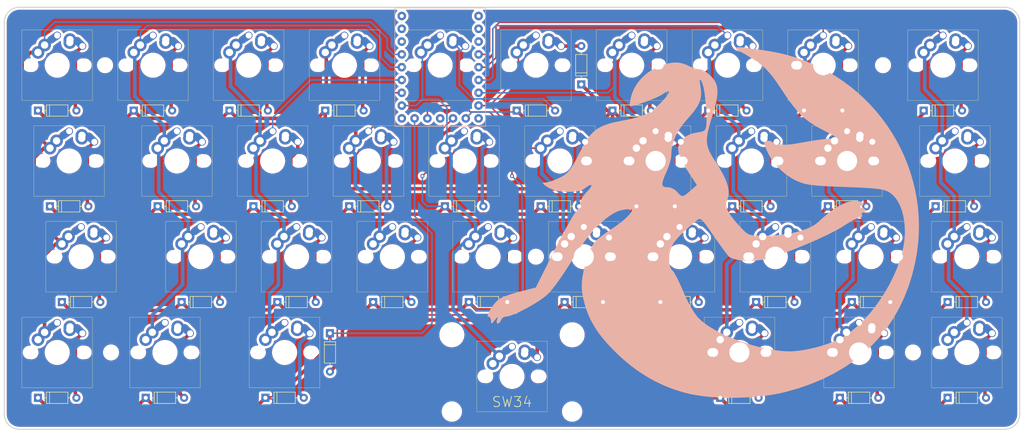
<source format=kicad_pcb>
(kicad_pcb (version 20211014) (generator pcbnew)
  (layers (0 "F.Cu" signal) (31 "B.Cu" signal) (34 "B.Paste" user) (35 "F.Paste" user) (36 "B.SilkS" user "B.Silkscreen") (37 "F.SilkS" user "F.Silkscreen") (38 "B.Mask" user) (39 "F.Mask" user) (44 "Edge.Cuts" user))
  (net 0 "")
  (net 1 "l1")
  (net 2 "Net-(D1-Pad2)")
  (net 3 "Net-(D2-Pad2)")
  (net 4 "Net-(D3-Pad2)")
  (net 5 "Net-(D4-Pad2)")
  (net 6 "Net-(D5-Pad2)")
  (net 7 "Net-(D6-Pad2)")
  (net 8 "Net-(D7-Pad2)")
  (net 9 "Net-(D8-Pad2)")
  (net 10 "Net-(D9-Pad2)")
  (net 11 "Net-(D10-Pad2)")
  (net 12 "l2")
  (net 13 "Net-(D11-Pad2)")
  (net 14 "Net-(D12-Pad2)")
  (net 15 "Net-(D13-Pad2)")
  (net 16 "Net-(D14-Pad2)")
  (net 17 "Net-(D15-Pad2)")
  (net 18 "Net-(D16-Pad2)")
  (net 19 "Net-(D17-Pad2)")
  (net 20 "Net-(D18-Pad2)")
  (net 21 "Net-(D19-Pad2)")
  (net 22 "Net-(D20-Pad2)")
  (net 23 "l3")
  (net 24 "Net-(D21-Pad2)")
  (net 25 "Net-(D22-Pad2)")
  (net 26 "Net-(D23-Pad2)")
  (net 27 "Net-(D24-Pad2)")
  (net 28 "Net-(D25-Pad2)")
  (net 29 "Net-(D26-Pad2)")
  (net 30 "Net-(D27-Pad2)")
  (net 31 "Net-(D28-Pad2)")
  (net 32 "Net-(D29-Pad2)")
  (net 33 "Net-(D30-Pad2)")
  (net 34 "l4")
  (net 35 "Net-(D31-Pad2)")
  (net 36 "Net-(D32-Pad2)")
  (net 37 "Net-(D33-Pad2)")
  (net 38 "Net-(D34-Pad2)")
  (net 39 "Net-(D35-Pad2)")
  (net 40 "Net-(D36-Pad2)")
  (net 41 "Net-(D37-Pad2)")
  (net 42 "c1")
  (net 43 "c2")
  (net 44 "c3")
  (net 45 "c4")
  (net 46 "c5")
  (net 47 "c6")
  (net 48 "c7")
  (net 49 "c8")
  (net 50 "c9")
  (net 51 "c10")
  (footprint "keyb-libs:Diode" (layer "F.Cu") (at 207.94 78.125)
    (fp_text reference "D9" hide)
    (fp_text value "DIODE" hide)
  )
  (footprint "MountingHole:MountingHole_2.2mm_M2" (layer "F.Cu") (at 70.4375 126.125)
    (fp_text reference "H2" hide)
    (fp_text value "MountingHole" hide)
  )
  (footprint "keyb-libs:Diode" (layer "F.Cu") (at 193.69 97.125)
    (fp_text reference "D18" hide)
    (fp_text value "DIODE" hide)
  )
  (footprint "keyb-libs:MX-5pin" (layer "F.Cu") (at 237.875 88.125)
    (fp_text reference "SW20" hide)
    (fp_text value "key" hide)
  )
  (footprint "keyb-libs:MX-5pin" (layer "F.Cu") (at 178.5 88.125)
    (fp_text reference "SW17" hide)
    (fp_text value "key" hide)
  )
  (footprint "keyb-libs:Diode" (layer "F.Cu") (at 212.69 97.125)
    (fp_text reference "D19" hide)
    (fp_text value "DIODE" hide)
  )
  (footprint "keyb-libs:Diode" (layer "F.Cu") (at 55.94 135.125)
    (fp_text reference "D31" hide)
    (fp_text value "DIODE" hide)
  )
  (footprint "keyb-libs:MX-5pin" (layer "F.Cu") (at 221.25 107.125)
    (fp_text reference "SW29" hide)
    (fp_text value "key" hide)
  )
  (footprint "keyb-libs:Diode" (layer "F.Cu") (at 112.94 78.125)
    (fp_text reference "D4" hide)
    (fp_text value "DIODE" hide)
  )
  (footprint "keyb-libs:Diode" (layer "F.Cu") (at 169.94 78.125)
    (fp_text reference "D7" hide)
    (fp_text value "DIODE" hide)
  )
  (footprint "keyb-libs:MX-5pin" (layer "F.Cu") (at 116.75 69.125)
    (fp_text reference "SW4" hide)
    (fp_text value "key" hide)
  )
  (footprint "keyb-libs:MX-5pin" (layer "F.Cu") (at 235.5 69.125)
    (fp_text reference "SW10" hide)
    (fp_text value "key" hide)
  )
  (footprint "MountingHole:MountingHole_2.2mm_M2" (layer "F.Cu") (at 69.25 69.125)
    (fp_text reference "H4" hide)
    (fp_text value "MountingHole" hide)
  )
  (footprint "keyb-libs:MX-5pin" (layer "F.Cu") (at 78.75 69.125)
    (fp_text reference "SW2" hide)
    (fp_text value "key" hide)
  )
  (footprint "keyb-libs:MX-5pin" (layer "F.Cu") (at 81.125 126.125)
    (fp_text reference "SW32" hide)
    (fp_text value "key" hide)
  )
  (footprint "keyb-libs:MX-5pin" (layer "F.Cu") (at 62.125 88.125)
    (fp_text reference "SW11" hide)
    (fp_text value "key" hide)
  )
  (footprint "keyb-libs:Diode" (layer "F.Cu") (at 188.94 78.125)
    (fp_text reference "D8" hide)
    (fp_text value "DIODE" hide)
  )
  (footprint "keyb-libs:MX-5pin" (layer "F.Cu") (at 240.25 107.125)
    (fp_text reference "SW30" hide)
    (fp_text value "key" hide)
  )
  (footprint "keyb-libs:MX-5pin" (layer "F.Cu") (at 135.75 69.125)
    (fp_text reference "SW5" hide)
    (fp_text value "key" hide)
  )
  (footprint "keyb-libs:MX-5pin" (layer "F.Cu") (at 126.25 107.125)
    (fp_text reference "SW24" hide)
    (fp_text value "key" hide)
  )
  (footprint "MountingHole:MountingHole_2.2mm_M2" (layer "F.Cu") (at 229.5625 126.125)
    (fp_text reference "H5" hide)
    (fp_text value "MountingHole" hide)
  )
  (footprint "keyb-libs:Diode" (layer "F.Cu") (at 141.44 116.125)
    (fp_text reference "D25" hide)
    (fp_text value "DIODE" hide)
  )
  (footprint "keyb-libs:MX-5pin" (layer "F.Cu") (at 197.5 88.125)
    (fp_text reference "SW18" hide)
    (fp_text value "key" hide)
  )
  (footprint "keyb-libs:MX-5pin" (layer "F.Cu") (at 140.5 88.125)
    (fp_text reference "SW15" hide)
    (fp_text value "key" hide)
  )
  (footprint "keyb-libs:MX-5pin" (layer "F.Cu") (at 211.75 69.125)
    (fp_text reference "SW9" hide)
    (fp_text value "key" hide)
  )
  (footprint "keyb-libs:Diode" (layer "F.Cu") (at 113.875 122.315 -90)
    (fp_text reference "D34" hide)
    (fp_text value "DIODE" hide)
  )
  (footprint "keyb-libs:Diode" (layer "F.Cu") (at 160.44 116.125)
    (fp_text reference "D26" hide)
    (fp_text value "DIODE" hide)
  )
  (footprint "keyb-libs:Diode" (layer "F.Cu") (at 98.69 97.125)
    (fp_text reference "D13" hide)
    (fp_text value "DIODE" hide)
  )
  (footprint "keyb-libs:MX-5pin" (layer "F.Cu") (at 83.5 88.125)
    (fp_text reference "SW12" hide)
    (fp_text value "key" hide)
  )
  (footprint "keyb-libs:Diode" (layer "F.Cu") (at 234.065 97.125)
    (fp_text reference "D20" hide)
    (fp_text value "DIODE" hide)
  )
  (footprint "keyb-libs:MX-5pin" (layer "F.Cu") (at 104.875 126.125)
    (fp_text reference "SW33" hide)
    (fp_text value "key" hide)
  )
  (footprint "MountingHole:MountingHole_2.2mm_M2" (layer "F.Cu") (at 223.625 69.125)
    (fp_text reference "H1" hide)
    (fp_text value "MountingHole" hide)
  )
  (footprint "keyb-libs:Diode" (layer "F.Cu") (at 122.44 116.125)
    (fp_text reference "D24" hide)
    (fp_text value "DIODE" hide)
  )
  (footprint "keyb-libs:Diode" (layer "F.Cu") (at 79.69 97.125)
    (fp_text reference "D12" hide)
    (fp_text value "DIODE" hide)
  )
  (footprint "keyb-libs:MX-5pin" (layer "F.Cu") (at 164.25 107.125)
    (fp_text reference "SW26" hide)
    (fp_text value "key" hide)
  )
  (footprint "keyb-libs:MX-5pin" (layer "F.Cu") (at 102.5 88.125)
    (fp_text reference "SW13" hide)
    (fp_text value "key" hide)
  )
  (footprint "keyb-libs:Diode" (layer "F.Cu") (at 174.69 97.125)
    (fp_text reference "D17" hide)
    (fp_text value "DIODE" hide)
  )
  (footprint "keyb-libs:Diode" (layer "F.Cu") (at 103.44 116.125)
    (fp_text reference "D23" hide)
    (fp_text value "DIODE" hide)
  )
  (footprint "keyb-libs:MX-5pin" (layer "F.Cu") (at 240.25 126.125)
    (fp_text reference "SW37" hide)
    (fp_text value "key" hide)
  )
  (footprint "keyb-libs:Diode" (layer "F.Cu") (at 155.69 97.125)
    (fp_text reference "D16" hide)
    (fp_text value "DIODE" hide)
  )
  (footprint "keyb-libs:Diode" (layer "F.Cu") (at 93.94 78.125)
    (fp_text reference "D3" hide)
    (fp_text value "DIODE" hide)
  )
  (footprint "keyb-libs:MX-5pin" (layer "F.Cu") (at 173.75 69.125)
    (fp_text reference "SW7" hide)
    (fp_text value "key" hide)
  )
  (footprint "keyb-libs:Diode" (layer "F.Cu") (at 215.065 135.125)
    (fp_text reference "D36" hide)
    (fp_text value "DIODE" hide)
  )
  (footprint "keyb-libs:MX-5pin" (layer "F.Cu") (at 59.75 69.125)
    (fp_text reference "SW1" hide)
    (fp_text value "key" hide)
  )
  (footprint "keyb-libs:Diode" (layer "F.Cu") (at 117.69 97.125)
    (fp_text reference "D14" hide)
    (fp_text value "DIODE" hide)
  )
  (footprint "keyb-libs:Diode" (layer "F.Cu") (at 179.44 116.125)
    (fp_text reference "D27" hide)
    (fp_text value "DIODE" hide)
  )
  (footprint "keyb-libs:MX-5pin" (layer "F.Cu") (at 216.5 88.125)
    (fp_text reference "SW19" hide)
    (fp_text value "key" hide)
  )
  (footprint "keyb-libs:MX-5pin" (layer "F.Cu") (at 88.25 107.125)
    (fp_text reference "SW22" hide)
    (fp_text value "key" hide)
  )
  (footprint "keyb-libs:MX-5pin" (layer "F.Cu") (at 64.5 107.125)
    (fp_text reference "SW21" hide)
    (fp_text value "key" hide)
  )
  (footprint "keyb-libs:Diode" (layer "F.Cu") (at 150.94 78.125)
    (fp_text reference "D5" hide)
    (fp_text value "DIODE" hide)
  )
  (footprint "keyb-libs:Diode" (layer "F.Cu") (at 217.44 116.125)
    (fp_text reference "D29" hide)
    (fp_text value "DIODE" hide)
  )
  (footprint "keyb-libs:Diode" (layer "F.Cu") (at 231.69 78.125)
    (fp_text reference "D10" hide)
    (fp_text value "DIODE" hide)
  )
  (footprint "keyb-libs:Diode" (layer "F.Cu") (at 74.94 78.125)
    (fp_text reference "D2" hide)
    (fp_text value "DIODE" hide)
  )
  (footprint "keyb-libs:Diode" (layer "F.Cu") (at 60.69 116.125)
    (fp_text reference "D21" hide)
    (fp_text value "DIODE" hide)
  )
  (footprint "keyb-libs:MX-5pin" (layer "F.Cu") (at 121.5 88.125)
    (fp_text reference "SW14" hide)
    (fp_text value "key" hide)
  )
  (footprint "keyb-libs:Diode" (layer "F.Cu") (at 191.315 135.125)
    (fp_text reference "D35" hide)
    (fp_text value "DIODE" hide)
  )
  (footprint "keyb-libs:MX-5pin_stab" (layer "F.Cu") (at 150 130.875)
    (fp_text reference "SW34")
    (fp_text value "key" hide)
  )
  (footprint "keyb-libs:MX-5pin" (layer "F.Cu") (at 107.25 107.125)
    (fp_text reference "SW23" hide)
    (fp_text value "key" hide)
  )
  (footprint "keyb-libs:Diode" (layer "F.Cu") (at 55.94 78.125)
    (fp_text reference "D1" hide)
    (fp_text value "DIODE" hide)
  )
  (footprint "keyb-libs:Diode" (layer "F.Cu") (at 84.44 116.125)
    (fp_text reference "D22" hide)
    (fp_text value "DIODE" hide)
  )
  (footprint "keyb-libs:MX-5pin" (layer "F.Cu") (at 154.75 69.125)
    (fp_text reference "SW6" hide)
    (fp_text value "key" hide)
  )
  (footprint "keyb-libs:Diode" (layer "F.Cu") (at 77.315 135.125)
    (fp_text reference "D32" hide)
    (fp_text value "DIODE" hide)
  )
  (footprint "MountingHole:MountingHole_2.2mm_M2" (layer "F.Cu") (at 154.75 107.125)
    (fp_text reference "H3" hide)
    (fp_text value "MountingHole" hide)
  )
  (footprint "keyb-libs:Diode" (layer "F.Cu") (at 236.44 116.125)
    (fp_text reference "D30" hide)
    (fp_text value "DIODE" hide)
  )
  (footprint "keyb-libs:MX-5pin" (layer "F.Cu") (at 159.5 88.125)
    (fp_text reference "SW16" hide)
    (fp_text value "key" hide)
  )
  (footprint "keyb-libs:Diode" (layer "F.Cu") (at 58.315 97.125)
    (fp_text reference "D11" hide)
    (fp_text value "DIODE" hide)
  )
  (footprint "keyb-libs:MX-5pin" (layer "F.Cu") (at 145.25 107.125)
    (fp_text reference "SW25" hide)
    (fp_text value "key" hide)
  )
  (footprint "keyb-libs:MX-5pin" (layer "F.Cu") (at 97.75 69.125)
    (fp_text reference "SW3" hide)
    (fp_text value "key" hide)
  )
  (footprint "keyb-libs:MX-5pin" (layer "F.Cu") (at 195.125 126.125)
    (fp_text reference "SW35" hide)
    (fp_text value "key" hide)
  )
  (footprint "keyb-libs:MX-5pin" (layer "F.Cu") (at 192.75 69.125)
    (fp_text reference "SW8" hide)
    (fp_text value "key" hide)
  )
  (footprint "keyb-libs:Diode" (layer "F.Cu") (at 163.75 72.935 90)
    (fp_text reference "D6" hide)
    (fp_text value "DIODE" hide)
  )
  (footprint "keyb-libs:Diode" (layer "F.Cu") (at 136.69 97.125)
    (fp_text reference "D15" hide)
    (fp_text value "DIODE" hide)
  )
  (footprint "keyb-libs:MX-5pin" (layer "F.Cu") (at 183.25 107.125)
    (fp_text reference "SW27" hide)
    (fp_text value "key" hide)
  )
  (footprint "keyb-libs:Diode" (layer "F.Cu") (at 198.44 116.125)
    (fp_text reference "D28" hide)
    (fp_text value "DIODE" hide)
  )
  (footprint "keyb-libs:Diode" (layer "F.Cu") (at 101.065 135.125)
    (fp_text reference "D33" hide)
    (fp_text value "DIODE" hide)
  )
  (footprint "keyb-libs:MX-5pin" (layer "F.Cu") (at 202.25 107.125)
    (fp_text reference "SW28" hide)
    (fp_text value "key" hide)
  )
  (footprint "keyb-libs:Diode" (layer "F.Cu") (at 236.44 135.125)
    (fp_text reference "D37" hide)
    (fp_text value "DIODE" hide)
  )
  (footprint "keyb-libs:MX-5pin" (layer "F.Cu") (at 218.875 126.125)
    (fp_text reference "SW36" hide)
    (fp_text value "key" hide)
  )
  (footprint "keyb-libs:MX-5pin" (layer "F.Cu") (at 59.75 126.125)
    (fp_text reference "SW31" hide)
    (fp_text value "key" hide)
  )
  (footprint "keyb-libs:RP2040" (layer "B.Cu") (at 135.75 69.52 180)
    (fp_text reference "U1" hide)
    (fp_text value "RP2040" hide)
  )
  (gr_poly (pts (xy 195.188297 65.558676) (xy 195.324039 65.562579) (xy 195.47431 65.57012) (xy 195.639728 65.581346) (xy 195.820909 65.596304) (xy 196.018471 65.615039) (xy 196.465209 65.664032) (xy 196.98488 65.728697) (xy 197.582423 65.809408) (xy 198.262777 65.906537) (xy 199.03088 66.020459) (xy 199.891673 66.151545) (xy 200.850094 66.30017) (xy 202.695632 66.637909) (xy 204.50079 67.06683) (xy 206.263581 67.584082) (xy 207.982021 68.186815) (xy 209.654123 68.872178) (xy 211.277903 69.63732) (xy 212.851374 70.479391) (xy 214.372551 71.395538) (xy 215.839448 72.382913) (xy 217.25008 73.438664) (xy 218.60246 74.55994) (xy 219.894605 75.74389) (xy 221.124527 76.987665) (xy 222.290241 78.288412) (xy 223.389762 79.643281) (xy 224.421105 81.049422) (xy 225.382282 82.503984) (xy 226.27131 84.004115) (xy 227.086202 85.546966) (xy 227.824972 87.129685) (xy 228.485636 88.749421) (xy 229.066207 90.403324) (xy 229.564699 92.088544) (xy 229.979129 93.802229) (xy 230.307508 95.541528) (xy 230.547853 97.303591) (xy 230.698178 99.085567) (xy 230.756496 100.884606) (xy 230.720822 102.697855) (xy 230.589171 104.522466) (xy 230.359558 106.355586) (xy 230.029995 108.194366) (xy 229.441908 110.643636) (xy 228.71206 112.986305) (xy 227.84153 115.221292) (xy 226.831398 117.347522) (xy 225.682741 119.363914) (xy 224.39664 121.269392) (xy 222.974173 123.062877) (xy 221.41642 124.74329) (xy 219.72446 126.309555) (xy 217.899371 127.760591) (xy 215.942233 129.095322) (xy 213.854125 130.312669) (xy 211.636126 131.411554) (xy 209.289315 132.390899) (xy 206.814771 133.249626) (xy 204.213574 133.986656) (xy 203.116473 134.239789) (xy 201.952371 134.461299) (xy 200.731827 134.65108) (xy 199.465403 134.809026) (xy 198.163661 134.935032) (xy 196.83716 135.028993) (xy 195.496462 135.090803) (xy 194.152127 135.120357) (xy 192.814718 135.11755) (xy 191.494795 135.082276) (xy 190.202918 135.01443) (xy 188.949649 134.913906) (xy 187.745549 134.7806) (xy 186.601178 134.614405) (xy 185.527099 134.415217) (xy 184.533871 134.18293) (xy 184.533869 134.182932) (xy 184.533868 134.182935) (xy 184.533866 134.182938) (xy 184.533864 134.182941) (xy 184.533862 134.182943) (xy 184.53386 134.182946) (xy 184.533858 134.182948) (xy 184.533856 134.182951) (xy 184.533854 134.182953) (xy 184.533851 134.182954) (xy 184.533849 134.182956) (xy 184.533847 134.182957) (xy 184.533845 134.182959) (xy 184.533844 134.182959) (xy 184.533843 134.18296) (xy 184.533842 134.18296) (xy 184.533841 134.18296) (xy 184.53384 134.18296) (xy 183.442192 133.876208) (xy 182.372891 133.53395) (xy 181.324927 133.155558) (xy 180.297292 132.740408) (xy 179.288977 132.287874) (xy 178.298973 131.79733) (xy 177.326272 131.268151) (xy 176.369865 130.699711) (xy 175.428742 130.091385) (xy 174.501895 129.442546) (xy 173.588316 128.75257) (xy 172.686995 128.020831) (xy 171.796923 127.246702) (xy 170.917093 126.429559) (xy 170.046494 125.568776) (xy 169.184118 124.663726) (xy 168.67336 124.098519) (xy 168.192483 123.538096) (xy 167.740637 122.980887) (xy 167.316972 122.425321) (xy 166.920637 121.869826) (xy 166.55078 121.312831) (xy 166.206552 120.752765) (xy 165.8871 120.188057) (xy 165.591576 119.617137) (xy 165.319127 119.038432) (xy 165.068903 118.450373) (xy 164.840054 117.851386) (xy 164.631727 117.239903) (xy 164.443074 116.614351) (xy 164.273242 115.97316) (xy 164.121382 115.314758) (xy 164.030539 114.858374) (xy 163.956919 114.413147) (xy 163.900896 113.975458) (xy 163.862841 113.541688) (xy 163.843127 113.108221) (xy 163.842125 112.671436) (xy 163.860209 112.227716) (xy 163.89775 111.773443) (xy 163.95512 111.304997) (xy 164.032693 110.818762) (xy 164.130839 110.311118) (xy 164.249932 109.778447) (xy 164.390344 109.21713) (xy 164.552446 108.62355) (xy 164.736612 107.994088) (xy 164.943213 107.325126) (xy 165.108026 106.818704) (xy 165.270366 106.357065) (xy 165.434976 105.934681) (xy 165.606596 105.546022) (xy 165.789968 105.18556) (xy 165.989835 104.847765) (xy 166.210936 104.52711) (xy 166.458016 104.218065) (xy 166.735814 103.915101) (xy 167.049073 103.61269) (xy 167.402534 103.305302) (xy 167.800939 102.987408) (xy 168.24903 102.653481) (xy 168.751548 102.297991) (xy 169.313235 101.915408) (xy 169.938833 101.500206) (xy 170.389237 101.196948) (xy 170.821837 100.891652) (xy 171.234348 100.586618) (xy 171.624482 100.284142) (xy 171.989954 99.986524) (xy 172.328478 99.696061) (xy 172.637768 99.415052) (xy 172.915536 99.145795) (xy 173.159498 98.890589) (xy 173.367366 98.651731) (xy 173.536855 98.43152) (xy 173.665678 98.232254) (xy 173.751549 98.056231) (xy 173.777664 97.977654) (xy 173.792183 97.90575) (xy 173.794821 97.840805) (xy 173.785292 97.783108) (xy 173.76331 97.732945) (xy 173.72859 97.690605) (xy 173.718908 97.683991) (xy 173.70506 97.678227) (xy 173.665333 97.669207) (xy 173.610332 97.663464) (xy 173.540983 97.660916) (xy 173.458208 97.661481) (xy 173.362931 97.66508) (xy 173.256078 97.671631) (xy 173.138571 97.681052) (xy 173.011335 97.693262) (xy 172.875294 97.708181) (xy 172.580491 97.745819) (xy 172.261555 97.793315) (xy 171.925879 97.850021) (xy 171.660648 97.906845) (xy 171.389011 97.983533) (xy 171.111288 98.079765) (xy 170.827799 98.195221) (xy 170.538862 98.329583) (xy 170.244797 98.482529) (xy 169.642562 98.842901) (xy 169.023649 99.273778) (xy 168.390612 99.772605) (xy 167.746008 100.336825) (xy 167.092393 100.963881) (xy 166.432321 101.651216) (xy 165.768348 102.396273) (xy 165.103029 103.196496) (xy 164.438921 104.049328) (xy 163.778578 104.952212) (xy 163.124556 105.902591) (xy 162.479411 106.897908) (xy 161.845698 107.935607) (xy 161.224651 108.955035) (xy 160.571892 109.975111) (xy 159.906956 110.968574) (xy 159.249375 111.90816) (xy 158.618682 112.766607) (xy 158.034411 113.516652) (xy 157.516095 114.131034) (xy 157.287774 114.378831) (xy 157.083266 114.582489) (xy 156.712676 114.906816) (xy 156.271697 115.251591) (xy 155.771065 115.611106) (xy 155.22152 115.979651) (xy 154.633798 116.351518) (xy 154.018637 116.720999) (xy 153.386775 117.082384) (xy 152.74895 117.429966) (xy 152.115898 117.758034) (xy 151.498357 118.060882) (xy 150.907066 118.3328) (xy 150.352761 118.568079) (xy 149.846181 118.761012) (xy 149.398062 118.905889) (xy 149.019143 118.997001) (xy 148.720161 119.02864) (xy 148.687043 119.029541) (xy 148.65366 119.032212) (xy 148.620072 119.03661) (xy 148.586335 119.042691) (xy 148.552508 119.050411) (xy 148.518648 119.059725) (xy 148.451064 119.082962) (xy 148.384044 119.112047) (xy 148.318054 119.146628) (xy 148.253555 119.186352) (xy 148.191011 119.230867) (xy 148.130885 119.279819) (xy 148.073641 119.332855) (xy 148.019741 119.389623) (xy 147.96965 119.449769) (xy 147.923829 119.51294) (xy 147.882743 119.578784) (xy 147.846855 119.646948) (xy 147.831005 119.68179) (xy 147.816627 119.717079) (xy 147.780648 119.804974) (xy 147.742769 119.886577) (xy 147.703255 119.961925) (xy 147.662373 120.031059) (xy 147.620386 120.094017) (xy 147.57756 120.150839) (xy 147.534161 120.201563) (xy 147.490453 120.246229) (xy 147.446701 120.284876) (xy 147.403172 120.317543) (xy 147.360129 120.344269) (xy 147.317839 120.365093) (xy 147.276566 120.380054) (xy 147.236575 120.389192) (xy 147.198132 120.392545) (xy 147.161502 120.390152) (xy 147.12695 120.382054) (xy 147.094742 120.368288) (xy 147.065141 120.348894) (xy 147.038414 120.323912) (xy 147.014826 120.293379) (xy 146.994642 120.257336) (xy 146.978127 120.215821) (xy 146.965546 120.168873) (xy 146.957165 120.116532) (xy 146.953248 120.058837) (xy 146.954061 119.995827) (xy 146.959868 119.92754) (xy 146.970937 119.854017) (xy 146.98753 119.775296) (xy 147.009914 119.691416) (xy 147.038353 119.602417) (xy 147.076815 119.488011) (xy 147.107693 119.389474) (xy 147.130694 119.306877) (xy 147.145526 119.240295) (xy 147.149786 119.213032) (xy 147.151895 119.189799) (xy 147.151814 119.170608) (xy 147.149507 119.155465) (xy 147.144939 119.144381) (xy 147.138071 119.137364) (xy 147.128868 119.134425) (xy 147.117293 119.135571) (xy 147.103309 119.140812) (xy 147.08688 119.150158) (xy 147.067969 119.163617) (xy 147.046539 119.181199) (xy 146.995976 119.228767) (xy 146.934899 119.292936) (xy 146.863015 119.373778) (xy 146.78003 119.471367) (xy 146.685651 119.585776) (xy 146.579586 119.717079) (xy 146.462771 119.861705) (xy 146.358797 119.987466) (xy 146.266911 120.094477) (xy 146.186359 120.182853) (xy 146.116387 120.252709) (xy 146.085133 120.280728) (xy 146.056241 120.30416) (xy 146.029618 120.323019) (xy 146.005168 120.337321) (xy 145.982798 120.347079) (xy 145.962414 120.352308) (xy 145.943921 120.353022) (xy 145.927224 120.349235) (xy 145.912231 120.340963) (xy 145.898846 120.328219) (xy 145.886976 120.311018) (xy 145.876525 120.289373) (xy 145.8674 120.263301) (xy 145.859507 120.232814) (xy 145.852752 120.197928) (xy 145.847039 120.158656) (xy 145.838367 120.067014) (xy 145.832737 119.958004) (xy 145.829395 119.831741) (xy 145.825282 119.749923) (xy 145.816373 119.670398) (xy 145.802922 119.59358) (xy 145.785181 119.519879) (xy 145.763405 119.449708) (xy 145.737845 119.383478) (xy 145.708756 119.321601) (xy 145.67639 119.264489) (xy 145.641001 119.212553) (xy 145.602841 119.166207) (xy 145.562164 119.125861) (xy 145.540961 119.108066) (xy 145.519223 119.091927) (xy 145.496983 119.077493) (xy 145.474271 119.064816) (xy 145.45112 119.053949) (xy 145.427561 119.044942) (xy 145.403626 119.037847) (xy 145.379346 119.032716) (xy 145.354754 119.029599) (xy 145.32988 119.028549) (xy 145.27056 119.020651) (xy 145.224831 118.997528) (xy 145.192161 118.960041) (xy 145.172016 118.909046) (xy 145.163866 118.845402) (xy 145.167175 118.769969) (xy 145.181413 118.683603) (xy 145.206045 118.587165) (xy 145.240539 118.481512) (xy 145.284363 118.367502) (xy 145.397867 118.117849) (xy 145.542295 117.845073) (xy 145.713385 117.556041) (xy 145.906874 117.257622) (xy 146.118501 116.956684) (xy 146.344002 116.660094) (xy 146.579116 116.37472) (xy 146.819581 116.10743) (xy 147.061134 115.865091) (xy 147.180987 115.755425) (xy 147.299514 115.654573) (xy 147.416181 115.563392) (xy 147.530456 115.482742) (xy 147.651058 115.409107) (xy 147.799598 115.329633) (xy 147.973974 115.245068) (xy 148.17208 115.15616) (xy 148.63107 114.968309) (xy 149.159735 114.772069) (xy 149.741241 114.573427) (xy 150.358756 114.378369) (xy 150.995446 114.192883) (xy 151.634479 114.022956) (xy 154.711303 113.246467) (xy 158.18082 106.317268) (xy 159.597376 103.550084) (xy 160.889574 101.13797) (xy 161.444442 100.146083) (xy 161.914704 99.340186) (xy 162.282521 98.752686) (xy 162.530054 98.415992) (xy 162.620016 98.312234) (xy 162.708139 98.202102) (xy 162.793938 98.086561) (xy 162.876929 97.966578) (xy 162.956624 97.843119) (xy 163.03254 97.717148) (xy 163.104189 97.589633) (xy 163.171088 97.46154) (xy 163.23275 97.333833) (xy 163.288689 97.20748) (xy 163.338421 97.083446) (xy 163.38146 96.962697) (xy 163.41732 96.846199) (xy 163.445516 96.734917) (xy 163.465562 96.629819) (xy 163.476973 96.531869) (xy 163.490656 96.431821) (xy 163.517376 96.320571) (xy 163.556423 96.199291) (xy 163.607087 96.069155) (xy 163.668656 95.931336) (xy 163.74042 95.787007) (xy 163.821669 95.63734) (xy 163.911693 95.48351) (xy 164.009781 95.32669) (xy 164.115223 95.168051) (xy 164.227308 95.008768) (xy 164.345326 94.850013) (xy 164.468566 94.692959) (xy 164.596318 94.53878) (xy 164.727872 94.388649) (xy 164.862517 94.243738) (xy 165.100915 93.987149) (xy 165.301506 93.755407) (xy 165.464807 93.549318) (xy 165.591336 93.369685) (xy 165.640972 93.290042) (xy 165.68161 93.217315) (xy 165.713313 93.151605) (xy 165.736147 93.093011) (xy 165.750175 93.041636) (xy 165.755464 92.997579) (xy 165.752076 92.960941) (xy 165.740078 92.931823) (xy 165.719534 92.910325) (xy 165.690508 92.896549) (xy 165.653065 92.890593) (xy 165.60727 92.89256) (xy 165.553187 92.902549) (xy 165.490882 92.920662) (xy 165.420419 92.946999) (xy 165.341862 92.98166) (xy 165.255276 93.024746) (xy 165.160726 93.076358) (xy 164.947993 93.205561) (xy 164.70418 93.370075) (xy 164.429804 93.570703) (xy 164.294855 93.662892) (xy 164.143459 93.748301) (xy 163.976645 93.826963) (xy 163.795442 93.898912) (xy 163.393989 94.02281) (xy 162.947335 94.120266) (xy 162.463715 94.191555) (xy 161.951364 94.236947) (xy 161.418516 94.256717) (xy 160.873408 94.251136) (xy 160.324275 94.220478) (xy 159.779351 94.165016) (xy 159.246872 94.085021) (xy 158.735072 93.980768) (xy 158.252188 93.852528) (xy 157.806453 93.700574) (xy 157.406104 93.525179) (xy 157.225522 93.428776) (xy 157.059375 93.326616) (xy 156.863286 93.195341) (xy 156.690658 93.076549) (xy 156.541192 92.96968) (xy 156.41459 92.874177) (xy 156.310554 92.789484) (xy 156.228786 92.715041) (xy 156.196159 92.681489) (xy 156.168988 92.650291) (xy 156.160254 92.638682) (xy 179.847743 92.638682) (xy 179.848181 92.729085) (xy 179.855901 92.811859) (xy 179.870917 92.887282) (xy 179.893241 92.955632) (xy 179.922886 93.017187) (xy 179.959866 93.072222) (xy 180.004194 93.121017) (xy 180.055882 93.163847) (xy 180.114944 93.200992) (xy 180.181393 93.232727) (xy 180.255242 93.259331) (xy 180.425192 93.298255) (xy 180.624898 93.319981) (xy 180.854466 93.32673) (xy 180.968414 93.331493) (xy 181.087623 93.345466) (xy 181.211115 93.368179) (xy 181.337913 93.399162) (xy 181.467038 93.437944) (xy 181.597514 93.484054) (xy 181.728362 93.537022) (xy 181.858606 93.596376) (xy 181.987266 93.661647) (xy 182.113366 93.732363) (xy 182.235928 93.808054) (xy 182.353974 93.88825) (xy 182.466527 93.972479) (xy 182.572608 94.060271) (xy 182.671241 94.151155) (xy 182.761448 94.244661) (xy 182.94442 94.445263) (xy 183.108226 94.618675) (xy 183.184066 94.695088) (xy 183.256462 94.76459) (xy 183.325866 94.827141) (xy 183.392726 94.882703) (xy 183.457491 94.931238) (xy 183.520613 94.972709) (xy 183.582539 95.007076) (xy 183.643721 95.034302) (xy 183.704606 95.054349) (xy 183.765645 95.067177) (xy 183.827288 95.07275) (xy 183.889984 95.071029) (xy 183.954183 95.061976) (xy 184.020334 95.045552) (xy 184.088887 95.02172) (xy 184.160291 94.990441) (xy 184.234996 94.951677) (xy 184.313452 94.90539) (xy 184.396108 94.851541) (xy 184.483413 94.790093) (xy 184.575819 94.721008) (xy 184.673773 94.644247) (xy 184.888126 94.467544) (xy 185.13007 94.25968) (xy 185.403202 94.020349) (xy 185.403065 94.020364) (xy 186.667927 92.907144) (xy 184.829357 90.06254) (xy 184.635999 89.756886) (xy 184.449456 89.449175) (xy 184.099941 88.834627) (xy 183.78706 88.232998) (xy 183.51706 87.658389) (xy 183.400091 87.385623) (xy 183.296185 87.124899) (xy 183.206123 86.877982) (xy 183.130684 86.646632) (xy 183.070651 86.432612) (xy 183.026803 86.237686) (xy 182.999922 86.063616) (xy 182.990788 85.912164) (xy 182.994914 85.750067) (xy 183.007221 85.590537) (xy 183.027603 85.433675) (xy 183.055956 85.279578) (xy 183.092172 85.128346) (xy 183.136146 84.980078) (xy 183.187773 84.834871) (xy 183.246946 84.692826) (xy 183.313561 84.55404) (xy 183.38751 84.418613) (xy 183.468688 84.286643) (xy 183.55699 84.158229) (xy 183.652309 84.03347) (xy 183.754541 83.912465) (xy 183.863578 83.795313) (xy 183.979316 83.682111) (xy 184.101648 83.57296) (xy 184.230469 83.467958) (xy 184.365674 83.367204) (xy 184.507155 83.270796) (xy 184.654808 83.178833) (xy 184.808526 83.091415) (xy 184.968204 83.008639) (xy 185.133736 82.930606) (xy 185.305017 82.857412) (xy 185.48194 82.789158) (xy 185.6644 82.725943) (xy 185.852291 82.667864) (xy 186.045507 82.615021) (xy 186.243942 82.567512) (xy 186.447491 82.525436) (xy 186.656048 82.488893) (xy 186.962959 82.43837) (xy 187.234098 82.389346) (xy 187.471797 82.339448) (xy 187.678389 82.286305) (xy 187.770749 82.257775) (xy 187.856207 82.227544) (xy 187.935054 82.195315) (xy 188.007583 82.160792) (xy 188.074084 82.123678) (xy 188.134849 82.083676) (xy 188.190169 82.040491) (xy 188.240338 81.993826) (xy 188.285645 81.943383) (xy 188.326382 81.888867) (xy 188.362841 81.829981) (xy 188.395314 81.766428) (xy 188.424092 81.697912) (xy 188.449467 81.624136) (xy 188.47173 81.544803) (xy 188.491173 81.459618) (xy 188.522763 81.270503) (xy 188.546572 81.054418) (xy 188.564932 80.80899) (xy 188.580174 80.531848) (xy 188.594547 80.179158) (xy 188.603901 79.813913) (xy 188.608324 79.446697) (xy 188.607904 79.088094) (xy 188.602727 78.748686) (xy 188.592882 78.439057) (xy 188.578456 78.16979) (xy 188.559536 77.951468) (xy 188.427848 76.721886) (xy 188.255207 75.054648) (xy 188.20496 74.641312) (xy 188.13933 74.225133) (xy 188.061096 73.817405) (xy 187.973032 73.429425) (xy 187.877917 73.072486) (xy 187.778527 72.757884) (xy 187.728097 72.619989) (xy 187.677639 72.496914) (xy 187.627501 72.390071) (xy 187.57803 72.300872) (xy 187.514791 72.201509) (xy 187.485876 72.159116) (xy 187.458753 72.121639) (xy 187.433413 72.089122) (xy 187.409848 72.061608) (xy 187.388048 72.039141) (xy 187.368007 72.021763) (xy 187.349714 72.009518) (xy 187.333162 72.002449) (xy 187.325536 72.000869) (xy 187.318341 72.0006) (xy 187.311578 72.001646) (xy 187.305245 72.004013) (xy 187.29934 72.007707) (xy 187.293863 72.012732) (xy 187.284187 72.026801) (xy 187.27621 72.046262) (xy 187.269921 72.071158) (xy 187.265314 72.101534) (xy 187.262379 72.137432) (xy 187.261107 72.178896) (xy 187.261491 72.225969) (xy 187.263521 72.278693) (xy 187.26719 72.337113) (xy 187.279407 72.471213) (xy 187.298074 72.628613) (xy 187.323123 72.80966) (xy 187.354486 73.014699) (xy 187.392094 73.244079) (xy 187.461543 73.706113) (xy 187.508148 74.141338) (xy 187.530272 74.553947) (xy 187.526279 74.948129) (xy 187.494531 75.328076) (xy 187.467737 75.514022) (xy 187.433391 75.69798) (xy 187.391288 75.880475) (xy 187.341224 76.062031) (xy 187.282994 76.243172) (xy 187.216393 76.424421) (xy 187.141216 76.606303) (xy 187.05726 76.789341) (xy 186.86219 77.160982) (xy 186.629544 77.543535) (xy 186.357688 77.941191) (xy 186.044984 78.358142) (xy 185.689795 78.798578) (xy 185.290485 79.266691) (xy 184.845417 79.766673) (xy 184.447579 80.219594) (xy 184.076844 80.669965) (xy 183.733007 81.118246) (xy 183.415859 81.564901) (xy 183.125194 82.01039) (xy 182.860806 82.455176) (xy 182.622486 82.899719) (xy 182.410028 83.344481) (xy 182.223225 83.789925) (xy 182.061869 84.236511) (xy 181.925755 84.684701) (xy 181.814674 85.134958) (xy 181.728421 85.587741) (xy 181.666787 86.043515) (xy 181.629566 86.502739) (xy 181.616551 86.965875) (xy 181.611581 87.09972) (xy 181.597508 87.250179) (xy 181.5748 87.415604) (xy 181.543923 87.594348) (xy 181.505344 87.784764) (xy 181.45953 87.985205) (xy 181.406948 88.194023) (xy 181.348064 88.409572) (xy 181.213258 88.854274) (xy 181.058848 89.306133) (xy 180.975458 89.530628) (xy 180.888567 89.751971) (xy 180.798642 89.968516) (xy 180.70615 90.178613) (xy 180.498783 90.643056) (xy 180.319813 91.06145) (xy 180.169344 91.436015) (xy 180.047481 91.768971) (xy 179.954329 92.062536) (xy 179.889992 92.318931) (xy 179.854574 92.540374) (xy 179.847743 92.638682) (xy 156.160254 92.638682) (xy 156.147234 92.621377) (xy 156.130861 92.594677) (xy 156.119831 92.570121) (xy 156.114108 92.54764) (xy 156.113653 92.527164) (xy 156.11843 92.508624) (xy 156.128401 92.491949) (xy 156.14353 92.47707) (xy 156.163778 92.463918) (xy 156.189108 92.452422) (xy 156.219484 92.442512) (xy 156.254868 92.43412) (xy 156.34051 92.421608) (xy 156.445737 92.414328) (xy 156.570251 92.411722) (xy 156.670885 92.40647) (xy 156.788709 92.391679) (xy 156.92226 92.367838) (xy 157.070075 92.335437) (xy 157.230691 92.294964) (xy 157.402645 92.246909) (xy 157.584474 92.191762) (xy 157.774715 92.130012) (xy 158.174581 91.988659) (xy 158.590538 91.826766) (xy 159.010883 91.648247) (xy 159.219043 91.553977) (xy 159.423911 91.457017) (xy 159.722607 91.307528) (xy 159.998437 91.158023) (xy 160.254213 91.005196) (xy 160.492747 90.84574) (xy 160.716849 90.676349) (xy 160.824368 90.586894) (xy 160.929332 90.493716) (xy 161.032095 90.3964) (xy 161.133007 90.294534) (xy 161.23242 90.187704) (xy 161.330685 90.075497) (xy 161.525178 89.833298) (xy 161.719298 89.564631) (xy 161.915854 89.266189) (xy 162.117661 88.934665) (xy 162.327527 88.566752) (xy 162.548266 88.159145) (xy 162.782688 87.708536) (xy 163.033606 87.211618) (xy 163.518567 86.256759) (xy 163.974085 85.402226) (xy 164.40937 84.64096) (xy 164.833636 83.9659) (xy 165.256095 83.369988) (xy 165.469524 83.099505) (xy 165.685957 82.846163) (xy 165.906543 82.609077) (xy 166.132435 82.387366) (xy 166.364784 82.180147) (xy 166.604742 81.986537) (xy 166.853459 81.805655) (xy 167.112088 81.636618) (xy 167.381781 81.478543) (xy 167.663687 81.330548) (xy 167.95896 81.191751) (xy 168.26875 81.061268) (xy 168.93649 80.821719) (xy 169.676117 80.60484) (xy 170.496844 80.403572) (xy 171.407884 80.210857) (xy 172.418448 80.019633) (xy 173.062989 79.89742) (xy 173.66159 79.772024) (xy 174.218399 79.641427) (xy 174.737564 79.503606) (xy 175.223233 79.356544) (xy 175.679555 79.198219) (xy 176.110677 79.026611) (xy 176.520749 78.839702) (xy 176.913919 78.63547) (xy 177.294334 78.411895) (xy 177.666143 78.166958) (xy 178.033494 77.898639) (xy 178.400536 77.604917) (xy 178.771416 77.283773) (xy 179.150284 76.933187) (xy 179.541287 76.551138) (xy 179.881173 76.202148) (xy 180.180655 75.876406) (xy 180.439307 75.575929) (xy 180.656704 75.302731) (xy 180.83242 75.058827) (xy 180.966032 74.846232) (xy 181.057112 74.666962) (xy 181.08657 74.590453) (xy 181.105236 74.52303) (xy 181.113057 74.464947) (xy 181.109979 74.416453) (xy 181.09595 74.377802) (xy 181.070916 74.349245) (xy 181.034823 74.331034) (xy 180.98762 74.323421) (xy 180.929252 74.326657) (xy 180.859667 74.340996) (xy 180.778812 74.366687) (xy 180.686632 74.403984) (xy 180.46809 74.514402) (xy 180.203614 74.674264) (xy 179.892781 74.885584) (xy 179.66505 75.030058) (xy 179.365492 75.192926) (xy 179.004486 75.370363) (xy 178.592408 75.558546) (xy 177.656549 75.951851) (xy 176.640937 76.342249) (xy 175.628593 76.699146) (xy 174.702538 76.991949) (xy 174.297813 77.104756) (xy 173.945794 77.190066) (xy 173.656857 77.244057) (xy 173.441382 77.262904) (xy 173.431342 77.260963) (xy 173.422198 77.255204) (xy 173.413944 77.245723) (xy 173.406573 77.232613) (xy 173.40008 77.215971) (xy 173.394459 77.195891) (xy 173.389703 77.172468) (xy 173.385807 77.145799) (xy 173.380571 77.083097) (xy 173.378702 77.008548) (xy 173.380152 76.922911) (xy 173.384875 76.826948) (xy 173.392821 76.721419) (xy 173.403943 76.607085) (xy 173.418194 76.484708) (xy 173.435526 76.355048) (xy 173.455891 76.218866) (xy 173.47924 76.076922) (xy 173.505527 75.929979) (xy 173.534704 75.778796) (xy 173.647686 75.297908) (xy 173.792333 74.824075) (xy 173.967578 74.358597) (xy 174.172357 73.902775) (xy 174.405605 73.45791) (xy 174.666255 73.025303) (xy 174.953242 72.606256) (xy 175.265501 72.20207) (xy 175.601966 71.814046) (xy 175.961571 71.443484) (xy 176.343251 71.091687) (xy 176.745941 70.759955) (xy 177.168574 70.449589) (xy 177.610086 70.161891) (xy 178.069411 69.898161) (xy 178.545483 69.659701) (xy 179.049107 69.433941) (xy 179.533047 69.235148) (xy 179.998646 69.063233) (xy 180.447249 68.918107) (xy 180.880199 68.799682) (xy 181.29884 68.707869) (xy 181.704516 68.642579) (xy 182.09857 68.603724) (xy 182.482347 68.591215) (xy 182.857189 68.604964) (xy 183.224442 68.644881) (xy 183.585448 68.710878) (xy 183.941552 68.802867) (xy 184.294097 68.920758) (xy 184.644426 69.064463) (xy 184.993885 69.233894) (xy 185.132476 69.303735) (xy 185.27635 69.371617) (xy 185.424372 69.43719) (xy 185.575404 69.500102) (xy 185.881961 69.616534) (xy 186.186935 69.718103) (xy 186.335988 69.762435) (xy 186.481239 69.801997) (xy 186.621551 69.836436) (xy 186.755789 69.865402) (xy 186.882816 69.888543) (xy 187.001497 69.905508) (xy 187.110696 69.915944) (xy 187.209278 69.919501) (xy 187.257205 69.921256) (xy 187.307997 69.926462) (xy 187.417605 69.946883) (xy 187.536952 69.980079) (xy 187.664887 70.025361) (xy 187.800263 70.082041) (xy 187.941929 70.149432) (xy 188.088735 70.226845) (xy 188.239532 70.313592) (xy 188.39317 70.408987) (xy 188.5485 70.512341) (xy 188.704372 70.622966) (xy 188.859636 70.740175) (xy 189.013143 70.86328) (xy 189.163744 70.991592) (xy 189.310288 71.124424) (xy 189.451626 71.261088) (xy 189.599769 71.413848) (xy 189.738978 71.567193) (xy 189.869279 71.721579) (xy 189.990699 71.877463) (xy 190.103267 72.035303) (xy 190.207009 72.195555) (xy 190.301952 72.358677) (xy 190.388124 72.525126) (xy 190.465552 72.695358) (xy 190.534264 72.869831) (xy 190.594286 73.049002) (xy 190.645646 73.233327) (xy 190.688371 73.423265) (xy 190.722488 73.619271) (xy 190.748025 73.821803) (xy 190.765009 74.031318) (xy 190.773467 74.248274) (xy 190.773427 74.473126) (xy 190.764915 74.706332) (xy 190.74796 74.94835) (xy 190.722587 75.199636) (xy 190.688826 75.460647) (xy 190.596243 76.013673) (xy 190.470429 76.611084) (xy 190.311603 77.256537) (xy 190.119983 77.953689) (xy 189.895786 78.706194) (xy 189.327375 80.603767) (xy 189.107547 81.402658) (xy 188.931679 82.117588) (xy 188.800549 82.760535) (xy 188.714938 83.343475) (xy 188.675624 83.878386) (xy 188.683388 84.377245) (xy 188.705168 84.616898) (xy 188.739009 84.852029) (xy 188.843268 85.314715) (xy 188.996943 85.777282) (xy 189.200815 86.251705) (xy 189.455664 86.749962) (xy 189.762268 87.28403) (xy 190.121408 87.865887) (xy 190.533863 88.507509) (xy 190.948415 89.158806) (xy 191.323536 89.77798) (xy 191.659665 90.366543) (xy 191.95724 90.926009) (xy 192.216699 91.457894) (xy 192.438482 91.963711) (xy 192.623026 92.444973) (xy 192.770769 92.903196) (xy 192.882151 93.339892) (xy 192.95761 93.756577) (xy 192.997585 94.154764) (xy 193.002513 94.535967) (xy 192.972833 94.9017) (xy 192.908983 95.253477) (xy 192.811403 95.592813) (xy 192.680531 95.92122) (xy 192.630091 96.04039) (xy 192.58723 96.160252) (xy 192.552094 96.28109) (xy 192.524828 96.403183) (xy 192.505577 96.526814) (xy 192.494485 96.652262) (xy 192.491699 96.77981) (xy 192.497363 96.909738) (xy 192.511622 97.042329) (xy 192.534622 97.177861) (xy 192.566508 97.316618) (xy 192.607424 97.458881) (xy 192.657516 97.604929) (xy 192.716929 97.755045) (xy 192.785808 97.90951) (xy 192.864299 98.068605) (xy 192.952546 98.232611) (xy 193.050695 98.401809) (xy 193.15889 98.57648) (xy 193.277277 98.756906) (xy 193.545207 99.136147) (xy 193.855646 99.541779) (xy 194.209755 99.976054) (xy 194.608695 100.441219) (xy 195.053627 100.939525) (xy 195.545712 101.47322) (xy 195.781518 101.72264) (xy 195.997896 101.942654) (xy 196.200542 102.135089) (xy 196.298495 102.221536) (xy 196.395152 102.301773) (xy 196.491224 102.376028) (xy 196.587423 102.44453) (xy 196.684461 102.507507) (xy 196.783051 102.565187) (xy 196.883905 102.617799) (xy 196.987734 102.665571) (xy 197.09525 102.708731) (xy 197.207167 102.747508) (xy 197.324195 102.782129) (xy 197.447047 102.812824) (xy 197.576435 102.839819) (xy 197.713071 102.863345) (xy 197.857667 102.883628) (xy 198.010936 102.900898) (xy 198.173588 102.915382) (xy 198.346337 102.927309) (xy 198.724972 102.944405) (xy 199.152537 102.954011) (xy 199.634728 102.957954) (xy 200.177243 102.958061) (xy 201.030763 102.943425) (xy 201.874878 102.90401) (xy 202.706111 102.840704) (xy 203.520985 102.754393) (xy 204.316024 102.645965) (xy 205.087751 102.516306) (xy 205.832691 102.366304) (xy 206.547366 102.196846) (xy 207.228301 102.008818) (xy 207.87202 101.803107) (xy 208.475044 101.580601) (xy 209.0339 101.342187) (xy 209.545109 101.088751) (xy 210.005197 100.82118) (xy 210.410685 100.540363) (xy 210.758099 100.247184) (xy 211.298795 99.74783) (xy 211.828375 99.279683) (xy 212.346597 98.842884) (xy 212.853223 98.437572) (xy 213.348012 98.063885) (xy 213.830725 97.721962) (xy 214.301122 97.411943) (xy 214.758963 97.133968) (xy 215.204008 96.888174) (xy 215.636018 96.674701) (xy 216.054752 96.493689) (xy 216.459971 96.345276) (xy 216.851435 96.229601) (xy 217.228904 96.146805) (xy 217.592139 96.097024) (xy 217.940899 96.0804) (xy 218.248563 96.087226) (xy 218.530619 96.107001) (xy 218.785895 96.138672) (xy 219.013219 96.181184) (xy 219.211419 96.233484) (xy 219.379322 96.294517) (xy 219.451546 96.327979) (xy 219.515757 96.363229) (xy 219.571807 96.400136) (xy 219.619551 96.438568) (xy 219.658841 96.478392) (xy 219.689532 96.519478) (xy 219.711477 96.561693) (xy 219.724529 96.604905) (xy 219.728541 96.648984) (xy 219.723368 96.693797) (xy 219.708862 96.739212) (xy 219.684878 96.785098) (xy 219.651268 96.831323) (xy 219.607886 96.877755) (xy 219.554586 96.924263) (xy 219.491221 96.970714) (xy 219.417645 97.016977) (xy 219.333711 97.062921) (xy 219.239272 97.108413) (xy 219.134182 97.153322) (xy 219.103323 97.166192) (xy 219.075005 97.178874) (xy 219.04922 97.191357) (xy 219.025957 97.203631) (xy 219.00521 97.215686) (xy 218.986968 97.227512) (xy 218.971223 97.239098) (xy 218.957967 97.250435) (xy 218.947191 97.261512) (xy 218.938886 97.272318) (xy 218.933043 97.282844) (xy 218.929654 97.29308) (xy 218.928709 97.303015) (xy 218.9302 97.312638) (xy 218.934119 97.321941) (xy 218.940457 97.330912) (xy 218.949204 97.339542) (xy 218.960352 97.34782) (xy 218.973893 97.355735) (xy 218.989818 97.363279) (xy 219.008117 97.37044) (xy 219.028783 97.377209) (xy 219.051806 97.383574) (xy 219.077178 97.389527) (xy 219.10489 97.395056) (xy 219.134933 97.400152) (xy 219.167298 97.404804) (xy 219.201978 97.409002) (xy 219.278243 97.415997) (xy 219.363659 97.421052) (xy 219.441494 97.427147) (xy 219.516038 97.438057) (xy 219.587182 97.453454) (xy 219.654818 97.473009) (xy 219.718835 97.496393) (xy 219.779125 97.523279) (xy 219.835579 97.553338) (xy 219.888087 97.586241) (xy 219.936541 97.62166) (xy 219.980831 97.659266) (xy 220.020848 97.698732) (xy 220.056482 97.739728) (xy 220.087626 97.781926) (xy 220.114168 97.824997) (xy 220.136001 97.868614) (xy 220.153015 97.912448) (xy 220.165101 97.956169) (xy 220.17215 97.99945) (xy 220.174053 98.041963) (xy 220.1707 98.083378) (xy 220.161982 98.123368) (xy 220.147791 98.161604) (xy 220.128016 98.197757) (xy 220.10255 98.231499) (xy 220.071282 98.262501) (xy 220.034103 98.290435) (xy 219.990905 98.314974) (xy 219.941578 98.335787) (xy 219.886013 98.352546) (xy 219.824101 98.364924) (xy 219.755732 98.372592) (xy 219.680798 98.375221) (xy 219.656254 98.375821) (xy 219.632756 98.377602) (xy 219.610316 98.380534) (xy 219.588948 98.384588) (xy 219.568665 98.389735) (xy 219.54948 98.395944) (xy 219.531405 98.403187) (xy 219.514454 98.411435) (xy 219.498639 98.420657) (xy 219.483974 98.430825) (xy 219.470471 98.441909) (xy 219.458144 98.453879) (xy 219.447004 98.466706) (xy 219.437067 98.480362) (xy 219.428343 98.494815) (xy 219.420847 98.510038) (xy 219.414591 98.526) (xy 219.409588 98.542672) (xy 219.405852 98.560025) (xy 219.403394 98.578029) (xy 219.402228 98.596655) (xy 219.402368 98.615874) (xy 219.403825 98.635656) (xy 219.406614 98.655971) (xy 219.410746 98.67679) (xy 219.416235 98.698085) (xy 219.423094 98.719824) (xy 219.431336 98.74198) (xy 219.440973 98.764522) (xy 219.45202 98.787422) (xy 219.464487 98.810649) (xy 219.47839 98.834175) (xy 219.492054 98.8577) (xy 219.503825 98.880928) (xy 219.513726 98.903827) (xy 219.521782 98.92637) (xy 219.528019 98.948525) (xy 219.53246 98.970265) (xy 219.535131 98.99156) (xy 219.536055 99.01238) (xy 219.535259 99.032695) (xy 219.532767 99.052477) (xy 219.528603 99.071696) (xy 219.522793 99.090322) (xy 219.51536 99.108327) (xy 219.50633 99.12568) (xy 219.495727 99.142353) (xy 219.483576 99.158315) (xy 219.469902 99.173538) (xy 219.45473 99.187992) (xy 219.438084 99.201648) (xy 219.419989 99.214476) (xy 219.400469 99.226446) (xy 219.37955 99.23753) (xy 219.357257 99.247698) (xy 219.333613 99.256921) (xy 219.308644 99.265169) (xy 219.282374 99.272412) (xy 219.254828 99.278622) (xy 219.226032 99.283769) (xy 219.196008 99.287823) (xy 219.164784 99.290755) (xy 219.132382 99.292536) (xy 219.098828 99.293136) (xy 219.06131 99.295459) (xy 219.017301 99.30235) (xy 218.910663 99.329385) (xy 218.780635 99.37333) (xy 218.628936 99.433275) (xy 218.457286 99.508309) (xy 218.267405 99.597522) (xy 218.061013 99.700002) (xy 217.839829 99.81484) (xy 217.605573 99.941125) (xy 217.359966 100.077945) (xy 216.841575 100.379553) (xy 216.298415 100.712379) (xy 215.744244 101.069137) (xy 215.149099 101.437865) (xy 214.428573 101.843906) (xy 212.676587 102.740385) (xy 210.618704 103.703487) (xy 208.385342 104.678124) (xy 206.106919 105.60921) (xy 203.913852 106.441656) (xy 201.936561 107.120378) (xy 201.069586 107.384876) (xy 200.305462 107.590286) (xy 199.802023 107.699883) (xy 199.276462 107.788296) (xy 198.734844 107.85597) (xy 198.183237 107.903352) (xy 197.627707 107.93089) (xy 197.074321 107.939029) (xy 196.529146 107.928217) (xy 195.998247 107.898901) (xy 195.487693 107.851526) (xy 195.003549 107.786541) (xy 194.551882 107.704391) (xy 194.138759 107.605523) (xy 193.770246 107.490384) (xy 193.452411 107.359422) (xy 193.191319 107.213082) (xy 193.083948 107.134285) (xy 192.993038 107.051811) (xy 192.916068 106.967619) (xy 192.81625 106.849458) (xy 192.554397 106.519872) (xy 192.220142 106.080334) (xy 191.826147 105.548128) (xy 191.385073 104.940536) (xy 190.909582 104.27484) (xy 190.412335 103.568325) (xy 189.905995 102.838272) (xy 189.104082 101.679063) (xy 188.774199 101.211656) (xy 188.485337 100.813906) (xy 188.232727 100.481956) (xy 188.011598 100.211948) (xy 187.817179 100.000028) (xy 187.6447 99.842337) (xy 187.565198 99.782623) (xy 187.489391 99.73502) (xy 187.416685 99.699046) (xy 187.346482 99.674219) (xy 187.278186 99.660057) (xy 187.211202 99.656078) (xy 187.144932 99.6618) (xy 187.07878 99.67674) (xy 187.01215 99.700417) (xy 186.944447 99.732349) (xy 186.803431 99.819048) (xy 186.650964 99.93298) (xy 186.482273 100.070289) (xy 185.569768 100.840391) (xy 184.753445 101.560075) (xy 184.032037 102.230647) (xy 183.404272 102.853418) (xy 183.12511 103.147286) (xy 182.868882 103.429695) (xy 182.635431 103.700807) (xy 182.424597 103.960786) (xy 182.236223 104.209796) (xy 182.070148 104.448001) (xy 181.926215 104.675563) (xy 181.804264 104.892646) (xy 181.656105 105.20574) (xy 181.527977 105.538293) (xy 181.419862 105.886015) (xy 181.331739 106.244618) (xy 181.26359 106.609812) (xy 181.215395 106.97731) (xy 181.187135 107.342821) (xy 181.178789 107.702057) (xy 181.19034 108.05073) (xy 181.221766 108.38455) (xy 181.27305 108.699228) (xy 181.344171 108.990475) (xy 181.43511 109.254003) (xy 181.545848 109.485522) (xy 181.608635 109.587938) (xy 181.676365 109.680744) (xy 181.749034 109.763403) (xy 181.826641 109.83538) (xy 181.902844 109.911196) (xy 181.992178 110.022229) (xy 182.09353 110.166312) (xy 182.205787 110.341279) (xy 182.327835 110.544963) (xy 182.458562 110.775198) (xy 182.596854 111.029818) (xy 182.741596 111.306655) (xy 183.045982 111.918315) (xy 183.362813 112.592847) (xy 183.683182 113.312917) (xy 183.998181 114.061195) (xy 184.338941 114.850775) (xy 184.713328 115.639965) (xy 185.110846 116.410722) (xy 185.521 117.145) (xy 185.933294 117.824756) (xy 186.337232 118.431945) (xy 186.532788 118.702688) (xy 186.722319 118.948522) (xy 186.904514 119.167193) (xy 187.07806 119.356445) (xy 187.732678 119.95988) (xy 188.516526 120.561473) (xy 189.415421 121.156075) (xy 190.415179 121.738534) (xy 191.501614 122.303701) (xy 192.660543 122.846425) (xy 193.877782 123.361556) (xy 195.139145 123.843943) (xy 196.430449 124.288436) (xy 197.737509 124.689885) (xy 199.046141 125.043139) (xy 200.342161 125.343048) (xy 201.611384 125.584462) (xy 202.839626 125.76223) (xy 204.012702 125.871202) (xy 205.116429 125.906227) (xy 205.675413 125.89053) (xy 206.270383 125.848311) (xy 206.895697 125.781029) (xy 207.545712 125.690144) (xy 208.214787 125.577114) (xy 208.89728 125.443399) (xy 209.58755 125.290458) (xy 210.279953 125.11975) (xy 210.968849 124.932733) (xy 211.648596 124.730868) (xy 212.313551 124.515614) (xy 212.958073 124.288429) (xy 213.576519 124.050772) (xy 214.163249 123.804103) (xy 214.71262 123.549882) (xy 215.218991 123.289566) (xy 215.830264 122.936752) (xy 216.438693 122.546061) (xy 217.043184 122.1193) (xy 217.642649 121.658277) (xy 218.235997 121.164798) (xy 218.822136 120.640671) (xy 219.968429 119.507702) (xy 221.072803 118.273828) (xy 222.126535 116.953506) (xy 223.120899 115.561196) (xy 224.047171 114.111354) (xy 224.896627 112.61844) (xy 225.660542 111.096912) (xy 226.330193 109.561227) (xy 226.896854 108.025844) (xy 227.351802 106.50522) (xy 227.534657 105.754962) (xy 227.686311 105.013815) (xy 227.805675 104.283587) (xy 227.891658 103.566085) (xy 227.943169 102.863117) (xy 227.959118 102.17649) (xy 227.944014 101.497801) (xy 227.903545 100.839243) (xy 227.838171 100.201997) (xy 227.748351 99.587247) (xy 227.634543 98.996173) (xy 227.497208 98.429959) (xy 227.336803 97.889785) (xy 227.153788 97.376834) (xy 226.948622 96.892287) (xy 226.721764 96.437327) (xy 226.473674 96.013137) (xy 226.20481 95.620896) (xy 225.915631 95.261789) (xy 225.606597 94.936996) (xy 225.278166 94.6477) (xy 224.930798 94.395082) (xy 224.725726 94.270711) (xy 224.503285 94.157362) (xy 224.257209 94.054258) (xy 223.981236 93.960618) (xy 223.6691 93.875664) (xy 223.314537 93.798616) (xy 222.911283 93.728697) (xy 222.453074 93.665126) (xy 221.933645 93.607126) (xy 221.346732 93.553916) (xy 220.686071 93.504718) (xy 219.945397 93.458753) (xy 219.118447 93.415242) (xy 218.198956 93.373406) (xy 216.057293 93.291643) (xy 213.811755 93.20649) (xy 212.000719 93.117894) (xy 210.553285 93.016344) (xy 209.398552 92.892332) (xy 208.908792 92.81893) (xy 208.465618 92.736347) (xy 208.060169 92.643394) (xy 207.683582 92.538882) (xy 207.326995 92.421622) (xy 206.981544 92.290426) (xy 206.288601 91.98147) (xy 205.837798 91.750104) (xy 205.391217 91.492224) (xy 204.950681 91.209702) (xy 204.518014 90.90441) (xy 204.095039 90.578218) (xy 203.68358 90.233) (xy 203.28546 89.870626) (xy 202.902501 89.492968) (xy 202.536529 89.101898) (xy 202.189365 88.699288) (xy 201.862834 88.28701) (xy 201.558758 87.866934) (xy 201.278962 87.440933) (xy 201.025268 87.010879) (xy 200.7995 86.578643) (xy 200.603481 86.146097) (xy 200.440011 85.748506) (xy 200.302943 85.398068) (xy 200.193648 85.093041) (xy 200.113495 84.831684) (xy 200.084774 84.716838) (xy 200.063853 84.612256) (xy 200.050901 84.517721) (xy 200.04609 84.433015) (xy 200.049591 84.357921) (xy 200.061576 84.292221) (xy 200.082215 84.235697) (xy 200.11168 84.188131) (xy 200.150142 84.149306) (xy 200.197771 84.119005) (xy 200.25474 84.097009) (xy 200.321219 84.083101) (xy 200.397379 84.077063) (xy 200.483392 84.078677) (xy 200.579428 84.087727) (xy 200.685659 84.103994) (xy 200.92939 84.157308) (xy 201.215953 84.23688) (xy 201.546718 84.340967) (xy 201.923054 84.467828) (xy 202.235618 84.572385) (xy 202.529238 84.662794) (xy 202.809609 84.739005) (xy 203.082428 84.800966) (xy 203.353391 84.848625) (xy 203.628195 84.881931) (xy 203.912535 84.900832) (xy 204.212108 84.905277) (xy 204.53261 84.895214) (xy 204.879737 84.870592) (xy 205.259186 84.83136) (xy 205.676652 84.777465) (xy 206.137832 84.708856) (xy 206.648423 84.625482) (xy 207.840618 84.414232) (xy 208.668935 84.267988) (xy 209.502467 84.130664) (xy 211.094822 83.895052) (xy 211.808464 83.802904) (xy 212.436963 83.731952) (xy 212.957729 83.685267) (xy 213.348171 83.665918) (xy 213.606415 83.660989) (xy 213.826805 83.652995) (xy 214.0075 83.639928) (xy 214.082386 83.630865) (xy 214.146656 83.61978) (xy 214.20008 83.606423) (xy 214.242429 83.590543) (xy 214.273471 83.571888) (xy 214.292976 83.550209) (xy 214.29833 83.538156) (xy 214.300714 83.525252) (xy 214.296454 83.496769) (xy 214.279965 83.464507) (xy 214.251019 83.428217) (xy 214.209383 83.387645) (xy 214.154828 83.342543) (xy 214.087123 83.292658) (xy 214.006038 83.23774) (xy 213.802805 83.1118) (xy 213.543286 82.962716) (xy 213.225638 82.788478) (xy 212.848017 82.587079) (xy 211.905483 82.094766) (xy 211.203241 81.722571) (xy 210.554125 81.36068) (xy 209.95169 81.002835) (xy 209.389491 80.64278) (xy 208.861081 80.274256) (xy 208.360016 79.891006) (xy 207.879849 79.486774) (xy 207.414136 79.055302) (xy 206.956431 78.590332) (xy 206.500287 78.085608) (xy 206.039261 77.534872) (xy 205.566905 76.931867) (xy 205.076775 76.270336) (xy 204.562426 75.544021) (xy 204.01741 74.746666) (xy 203.435284 73.872012) (xy 202.681439 72.752069) (xy 202.332782 72.255658) (xy 201.998815 71.797157) (xy 201.676425 71.373219) (xy 201.362497 70.980497) (xy 201.053917 70.615643) (xy 200.747571 70.27531) (xy 200.440345 69.95615) (xy 200.129124 69.654818) (xy 199.810794 69.367964) (xy 199.482241 69.092242) (xy 199.140351 68.824304) (xy 198.782009 68.560804) (xy 198.404101 68.298393) (xy 198.003514 68.033725) (xy 197.440568 67.674992) (xy 196.900088 67.340325) (xy 196.394996 67.037049) (xy 195.938216 66.77249) (xy 195.542672 66.553971) (xy 195.221287 66.388818) (xy 194.986985 66.284354) (xy 194.906528 66.25717) (xy 194.852688 66.247905) (xy 194.832809 66.247343) (xy 194.813183 66.245674) (xy 194.793833 66.242926) (xy 194.774786 66.239126) (xy 194.756065 66.234303) (xy 194.737695 66.228484) (xy 194.719702 66.221696) (xy 194.70211 66.213966) (xy 194.684944 66.205323) (xy 194.668229 66.195794) (xy 194.65199 66.185407) (xy 194.636252 66.174189) (xy 194.621039 66.162167) (xy 194.606376 66.14937) (xy 194.592289 66.135825) (xy 194.578801 66.121559) (xy 194.565939 66.1066) (xy 194.553726 66.090975) (xy 194.542188 66.074713) (xy 194.531349 66.05784) (xy 194.521235 66.040384) (xy 194.511869 66.022373) (xy 194.503278 66.003835) (xy 194.495485 65.984797) (xy 194.488517 65.965286) (xy 194.482396 65.94533) (xy 194.477149 65.924956) (xy 194.472801 65.904193) (xy 194.469375 65.883068) (xy 194.466898 65.861608) (xy 194.465393 65.839841) (xy 194.464886 65.817794) (xy 194.467932 65.778645) (xy 194.477481 65.742527) (xy 194.49415 65.709488) (xy 194.505348 65.694138) (xy 194.518558 65.679574) (xy 194.55132 65.652832) (xy 194.593056 65.629308) (xy 194.644381 65.60905) (xy 194.705914 65.592103) (xy 194.778271 65.578514) (xy 194.862071 65.56833) (xy 194.95793 65.561598) (xy 195.066467 65.558365)) (layer "B.SilkS") (width 0) (fill solid))
  (gr_line (start 49.25 138.375) (end 49.25 60.625) (layer "Edge.Cuts") (width 0.2))
  (gr_arc (start 49.25 60.625) (mid 50.12868 58.50368) (end 52.25 57.625) (layer "Edge.Cuts") (width 0.2))
  (gr_arc (start 52.25 141.375) (mid 50.12868 140.49632) (end 49.25 138.375) (layer "Edge.Cuts") (width 0.2))
  (gr_arc (start 250.75 138.375) (mid 249.87132 140.49632) (end 247.75 141.375) (layer "Edge.Cuts") (width 0.2))
  (gr_line (start 250.75 138.375) (end 250.75 60.625) (layer "Edge.Cuts") (width 0.2))
  (gr_line (start 52.25 141.375) (end 247.75 141.375) (layer "Edge.Cuts") (width 0.2))
  (gr_line (start 52.25 57.625) (end 247.75 57.625) (layer "Edge.Cuts") (width 0.2))
  (gr_arc (start 247.75 57.625) (mid 249.87132 58.50368) (end 250.75 60.625) (layer "Edge.Cuts") (width 0.2))
  (segment (start 95.49 79.675) (end 111.39 79.675) (width 0.7) (layer "F.Cu") (net 1))
  (segment (start 115.075 93.65) (end 168.415 93.65) (width 0.7) (layer "F.Cu") (net 1))
  (segment (start 93.94 78.125) (end 95.49 79.675) (width 0.7) (layer "F.Cu") (net 1))
  (segment (start 206.39 79.675) (end 190.49 79.675) (width 0.7) (layer "F.Cu") (net 1))
  (segment (start 76.49 79.675) (end 92.39 79.675) (width 0.7) (layer "F.Cu") (net 1))
  (segment (start 231.69 78.635) (end 230.645 79.68) (width 0.7) (layer "F.Cu") (net 1))
  (segment (start 209.495 79.68) (end 207.94 78.125) (width 0.7) (layer "F.Cu") (net 1))
  (segment (start 169.94 78.125) (end 168.39 79.675) (width 0.7) (layer "F.Cu") (net 1))
  (segment (start 231.69 78.125) (end 231.69 78.635) (width 0.7) (layer "F.Cu") (net 1))
  (segment (start 92.39 79.675) (end 93.94 78.125) (width 0.7) (layer "F.Cu") (net 1))
  (segment (start 188.94 78.125) (end 187.39 79.675) (width 0.7) (layer "F.Cu") (net 1))
  (segment (start 57.49 79.675) (end 55.94 78.125) (width 0.7) (layer "F.Cu") (net 1))
  (segment (start 152.49 79.675) (end 150.94 78.125) (width 0.7) (layer "F.Cu") (net 1))
  (segment (start 207.94 78.125) (end 206.39 79.675) (width 0.7) (layer "F.Cu") (net 1))
  (segment (start 73.39 79.675) (end 57.49 79.675) (width 0.7) (layer "F.Cu") (net 1))
  (segment (start 115.075 93.65) (end 112.94 91.515) (width 0.7) (layer "F.Cu") (net 1))
  (segment (start 169.94 78.125) (end 168.94 78.125) (width 0.7) (layer "F.Cu") (net 1))
  (segment (start 168.39 79.675) (end 152.49 79.675) (width 0.7) (layer "F.Cu") (net 1))
  (segment (start 230.645 79.68) (end 209.495 79.68) (width 0.7) (layer "F.Cu") (net 1))
  (segment (start 169.94 92.125) (end 168.415 93.65) (width 0.7) (layer "F.Cu") (net 1))
  (segment (start 171.49 79.675) (end 169.94 78.125) (width 0.7) (layer "F.Cu") (net 1))
  (segment (start 187.39 79.675) (end 171.49 79.675) (width 0.7) (layer "F.Cu") (net 1))
  (segment (start 112.94 91.515) (end 112.94 78.125) (width 0.7) (layer "F.Cu") (net 1))
  (segment (start 169.94 78.125) (end 169.94 92.125) (width 0.7) (layer "F.Cu") (net 1))
  (segment (start 111.39 79.675) (end 112.94 78.125) (width 0.7) (layer "F.Cu") (net 1))
  (segment (start 74.94 78.125) (end 76.49 79.675) (width 0.7) (layer "F.Cu") (net 1))
  (segment (start 74.94 78.125) (end 73.39 79.675) (width 0.7) (layer "F.Cu") (net 1))
  (segment (start 190.49 79.675) (end 188.94 78.125) (width 0.7) (layer "F.Cu") (net 1))
  (segment (start 168.94 78.125) (end 163.75 72.935) (width 0.7) (layer "F.Cu") (net 1))
  (segment (start 140.83 79.68) (end 142.1 78.41) (width 0.3) (layer "B.Cu") (net 1))
  (segment (start 150.655 78.41) (end 150.94 78.125) (width 0.3) (layer "B.Cu") (net 1))
  (segment (start 142.1 78.41) (end 150.655 78.41) (width 0.3) (layer "B.Cu") (net 1))
  (segment (start 63.354999 66.720001) (end 63.354999 77.919999) (width 0.7) (layer "F.Cu") (net 2))
  (segment (start 64.75 65.325) (end 63.354999 66.720001) (width 0.7) (layer "F.Cu") (net 2))
  (segment (start 63.354999 77.919999) (end 63.56 78.125) (width 0.7) (layer "F.Cu") (net 2))
  (segment (start 82.354999 66.720001) (end 82.354999 77.919999) (width 0.7) (layer "F.Cu") (net 3))
  (segment (start 82.354999 77.919999) (end 82.56 78.125) (width 0.7) (layer "F.Cu") (net 3))
  (segment (start 83.75 65.325) (end 82.354999 66.720001) (width 0.7) (layer "F.Cu") (net 3))
  (segment (start 101.354999 77.919999) (end 101.56 78.125) (width 0.7) (layer "F.Cu") (net 4))
  (segment (start 101.354999 66.720001) (end 101.354999 77.919999) (width 0.7) (layer "F.Cu") (net 4))
  (segment (start 102.75 65.325) (end 101.354999 66.720001) (width 0.7) (layer "F.Cu") (net 4))
  (segment (start 120.354999 77.919999) (end 120.56 78.125) (width 0.7) (layer "F.Cu") (net 5))
  (segment (start 121.75 65.325) (end 120.354999 66.720001) (width 0.7) (layer "F.Cu") (net 5))
  (segment (start 120.354999 66.720001) (end 120.354999 77.919999) (width 0.7) (layer "F.Cu") (net 5))
  (segment (start 142.31 75.8) (end 139.554999 73.044999) (width 0.3) (layer "B.Cu") (net 6))
  (segment (start 139.554999 66.630001) (end 139.554999 66.520001) (width 0.3) (layer "B.Cu") (net 6))
  (segment (start 139.554999 66.520001) (end 140.75 65.325) (width 0.3) (layer "B.Cu") (net 6))
  (segment (start 158.56 78.125) (end 156.235 75.8) (width 0.3) (layer "B.Cu") (net 6))
  (segment (start 139.554999 73.044999) (end 139.554999 66.630001) (width 0.3) (layer "B.Cu") (net 6))
  (segment (start 156.235 75.8) (end 142.31 75.8) (width 0.3) (layer "B.Cu") (net 6))
  (segment (start 139.554999 65.929999) (end 139.554999 66.630001) (width 0.3) (layer "B.Cu") (net 6))
  (segment (start 139.604999 66.470001) (end 140.75 65.325) (width 0.2) (layer "B.Cu") (net 6))
  (segment (start 138.25 64.625) (end 139.554999 65.929999) (width 0.3) (layer "B.Cu") (net 6))
  (segment (start 139.604999 66.580001) (end 139.604999 66.470001) (width 0.2) (layer "B.Cu") (net 6))
  (segment (start 159.75 65.325) (end 163.74 65.325) (width 0.7) (layer "F.Cu") (net 7))
  (segment (start 163.74 65.325) (end 163.75 65.315) (width 0.7) (layer "F.Cu") (net 7))
  (segment (start 177.354999 66.720001) (end 177.354999 77.919999) (width 0.7) (layer "F.Cu") (net 8))
  (segment (start 177.354999 77.919999) (end 177.56 78.125) (width 0.7) (layer "F.Cu") (net 8))
  (segment (start 178.75 65.325) (end 177.354999 66.720001) (width 0.7) (layer "F.Cu") (net 8))
  (segment (start 197.75 65.325) (end 195.760001 67.314999) (width 0.7) (layer "F.Cu") (net 9))
  (segment (start 195.760001 77.325001) (end 196.56 78.125) (width 0.7) (layer "F.Cu") (net 9))
  (segment (start 195.760001 67.314999) (end 195.760001 77.325001) (width 0.7) (layer "F.Cu") (net 9))
  (segment (start 215.354999 77.919999) (end 215.56 78.125) (width 0.7) (layer "F.Cu") (net 10))
  (segment (start 216.75 65.325) (end 215.354999 66.720001) (width 0.7) (layer "F.Cu") (net 10))
  (segment (start 215.354999 66.720001) (end 215.354999 77.919999) (width 0.7) (layer "F.Cu") (net 10))
  (segment (start 240.5 65.325) (end 239.104999 66.720001) (width 0.7) (layer "F.Cu") (net 11))
  (segment (start 239.104999 77.919999) (end 239.31 78.125) (width 0.7) (layer "F.Cu") (net 11))
  (segment (start 239.104999 66.720001) (end 239.104999 77.919999) (width 0.7) (layer "F.Cu") (net 11))
  (segment (start 192.14 98.675) (end 193.69 97.125) (width 0.7) (layer "F.Cu") (net 12))
  (segment (start 116.14 98.675) (end 117.69 97.125) (width 0.7) (layer "F.Cu") (net 12))
  (segment (start 136.69 97.125) (end 138.24 98.675) (width 0.7) (layer "F.Cu") (net 12))
  (segment (start 97.14 98.675) (end 98.69 97.125) (width 0.7) (layer "F.Cu") (net 12))
  (segment (start 193.69 97.125) (end 195.24 98.675) (width 0.7) (layer "F.Cu") (net 12))
  (segment (start 59.865 98.675) (end 78.14 98.675) (width 0.7) (layer "F.Cu") (net 12))
  (segment (start 176.24 98.675) (end 192.14 98.675) (width 0.7) (layer "F.Cu") (net 12))
  (segment (start 133.49 82.855) (end 133.49 89.84) (width 0.3) (layer "F.Cu") (net 12))
  (segment (start 58.315 97.125) (end 59.865 98.675) (width 0.7) (layer "F.Cu") (net 12))
  (segment (start 79.69 97.125) (end 81.24 98.675) (width 0.7) (layer "F.Cu") (net 12))
  (segment (start 117.69 97.125) (end 119.24 98.675) (width 0.7) (layer "F.Cu") (net 12))
  (segment (start 155.69 97.125) (end 157.24 98.675) (width 0.7) (layer "F.Cu") (net 12))
  (segment (start 154.14 98.675) (end 155.69 97.125) (width 0.7) (layer "F.Cu") (net 12))
  (segment (start 234.065 97.125) (end 232.46 98.73) (width 0.7) (layer "F.Cu") (net 12))
  (segment (start 174.69 97.125) (end 176.24 98.675) (width 0.7) (layer "F.Cu") (net 12))
  (segment (start 135.14 98.675) (end 136.69 97.125) (width 0.7) (layer "F.Cu") (net 12))
  (segment (start 157.24 98.675) (end 173.14 98.675) (width 0.7) (layer "F.Cu") (net 12))
  (segment (start 195.24 98.675) (end 211.14 98.675) (width 0.7) (layer "F.Cu") (net 12))
  (segment (start 138.29 79.68) (end 136.385 81.585) (width 0.3) (layer "F.Cu") (net 12))
  (segment (start 134.76 81.585) (end 133.49 82.855) (width 0.3) (layer "F.Cu") (net 12))
  (segment (start 211.14 98.675) (end 212.69 97.125) (width 0.7) (layer "F.Cu") (net 12))
  (segment (start 138.24 98.675) (end 154.14 98.675) (width 0.7) (layer "F.Cu") (net 12))
  (segment (start 100.24 98.675) (end 116.14 98.675) (width 0.7) (layer "F.Cu") (net 12))
  (segment (start 136.385 81.585) (end 134.76 81.585) (width 0.3) (layer "F.Cu") (net 12))
  (segment (start 119.24 98.675) (end 135.14 98.675) (width 0.7) (layer "F.Cu") (net 12))
  (segment (start 173.14 98.675) (end 174.69 97.125) (width 0.7) (layer "F.Cu") (net 12))
  (segment (start 133.49 89.84) (end 132.22 91.11) (width 0.3) (layer "F.Cu") (net 12))
  (segment (start 232.46 98.73) (end 214.295 98.73) (width 0.7) (layer "F.Cu") (net 12))
  (segment (start 78.14 98.675) (end 79.69 97.125) (width 0.7) (layer "F.Cu") (net 12))
  (segment (start 81.24 98.675) (end 97.14 98.675) (width 0.7) (layer "F.Cu") (net 12))
  (segment (start 98.69 97.125) (end 100.24 98.675) (width 0.7) (layer "F.Cu") (net 12))
  (segment (start 214.295 98.73) (end 212.69 97.125) (width 0.7) (layer "F.Cu") (net 12))
  (via (at 132.22 91.11) (size 0.8) (drill 0.4) (layers "F.Cu" "B.Cu") (net 12))
  (segment (start 132.22 96.19) (end 133.155 97.125) (width 0.3) (layer "B.Cu") (net 12))
  (segment (start 132.22 91.11) (end 132.22 96.19) (width 0.3) (layer "B.Cu") (net 12))
  (segment (start 133.155 97.125) (end 136.69 97.125) (width 0.3) (layer "B.Cu") (net 12))
  (segment (start 65.729999 85.720001) (end 65.729999 96.919999) (width 0.7) (layer "F.Cu") (net 13))
  (segment (start 67.125 84.325) (end 65.729999 85.720001) (width 0.7) (layer "F.Cu") (net 13))
  (segment (start 65.729999 96.919999) (end 65.935 97.125) (width 0.7) (layer "F.Cu") (net 13))
  (segment (start 88.5 84.325) (end 87.104999 85.720001) (width 0.7) (layer "F.Cu") (net 14))
  (segment (start 87.104999 96.919999) (end 87.31 97.125) (width 0.7) (layer "F.Cu") (net 14))
  (segment (start 87.104999 85.720001) (end 87.104999 96.919999) (width 0.7) (layer "F.Cu") (net 14))
  (segment (start 107.5 86.119033) (end 106.104999 87.514034) (width 0.7) (layer "F.Cu") (net 15))
  (segment (start 106.104999 96.919999) (end 106.31 97.125) (width 0.7) (layer "F.Cu") (net 15))
  (segment (start 106.104999 87.514034) (end 106.104999 96.919999) (width 0.7) (layer "F.Cu") (net 15))
  (segment (start 107.5 84.325) (end 107.5 86.119033) (width 0.7) (layer "F.Cu") (net 15))
  (segment (start 125.104999 96.919999) (end 125.31 97.125) (width 0.7) (layer "B.Cu") (net 16))
  (segment (start 126.5 84.325) (end 125.104999 85.720001) (width 0.7) (layer "B.Cu") (net 16))
  (segment (start 125.104999 85.720001) (end 125.104999 96.919999) (width 0.7) (layer "B.Cu") (net 16))
  (segment (start 144.104999 96.919999) (end 144.31 97.125) (width 0.7) (layer "B.Cu") (net 17))
  (segment (start 144.104999 85.720001) (end 144.104999 96.919999) (width 0.7) (layer "B.Cu") (net 17))
  (segment (start 145.5 84.325) (end 144.104999 85.720001) (width 0.7) (layer "B.Cu") (net 17))
  (segment (start 163.104999 96.919999) (end 163.31 97.125) (width 0.7) (layer "B.Cu") (net 18))
  (segment (start 163.104999 85.720001) (end 163.104999 96.919999) (width 0.7) (layer "B.Cu") (net 18))
  (segment (start 164.5 84.325) (end 163.104999 85.720001) (width 0.7) (layer "B.Cu") (net 18))
  (segment (start 183.5 84.325) (end 182.104999 85.720001) (width 0.7) (layer "F.Cu") (net 19))
  (segment (start 182.104999 96.919999) (end 182.31 97.125) (width 0.7) (layer "F.Cu") (net 19))
  (segment (start 182.104999 85.720001) (end 182.104999 96.919999) (width 0.7) (layer "F.Cu") (net 19))
  (segment (start 201.104999 85.720001) (end 201.104999 96.919999) (width 0.7) (layer "F.Cu") (net 20))
  (segment (start 201.104999 96.919999) (end 201.31 97.125) (width 0.7) (layer "F.Cu") (net 20))
  (segment (start 202.5 84.325) (end 201.104999 85.720001) (width 0.7) (layer "F.Cu") (net 20))
  (segment (start 220.104999 85.720001) (end 220.104999 96.919999) (width 0.7) (layer "F.Cu") (net 21))
  (segment (start 221.5 84.325) (end 220.104999 85.720001) (width 0.7) (layer "F.Cu") (net 21))
  (segment (start 220.104999 96.919999) (end 220.31 97.125) (width 0.7) (layer "F.Cu") (net 21))
  (segment (start 242.875 84.325) (end 241.479999 85.720001) (width 0.7) (layer "F.Cu") (net 22))
  (segment (start 241.479999 85.720001) (end 241.479999 96.919999) (width 0.7) (layer "F.Cu") (net 22))
  (segment (start 241.479999 96.919999) (end 241.685 97.125) (width 0.7) (layer "F.Cu") (net 22))
  (segment (start 177.89 117.675) (end 161.99 117.675) (width 0.7) (layer "F.Cu") (net 23))
  (segment (start 141.44 116.125) (end 139.89 117.675) (width 0.7) (layer "F.Cu") (net 23))
  (segment (start 101.89 117.675) (end 85.99 117.675) (width 0.7) (layer "F.Cu") (net 23))
  (segment (start 236.44 116.125) (end 234.89 117.675) (width 0.7) (layer "F.Cu") (net 23))
  (segment (start 120.89 117.675) (end 104.99 117.675) (width 0.7) (layer "F.Cu") (net 23))
  (segment (start 133.21 78.055) (end 133.21 79.68) (width 0.3) (layer "F.Cu") (net 23))
  (segment (start 217.44 116.125) (end 215.15 118.415) (width 0.7) (layer "F.Cu") (net 23))
  (segment (start 215.15 118.415) (end 200.73 118.415) (width 0.7) (layer "F.Cu") (net 23))
  (segment (start 139.89 117.675) (end 123.99 117.675) (width 0.7) (layer "F.Cu") (net 23))
  (segment (start 200.73 118.415) (end 198.44 116.125) (width 0.7) (layer "F.Cu") (net 23))
  (segment (start 180.99 117.675) (end 179.44 116.125) (width 0.7) (layer "F.Cu") (net 23))
  (segment (start 123.99 117.675) (end 122.44 116.125) (width 0.7) (layer "F.Cu") (net 23))
  (segment (start 134.125 77.14) (end 133.21 78.055) (width 0.3) (layer "F.Cu") (net 23))
  (segment (start 234.89 117.675) (end 218.99 117.675) (width 0.7) (layer "F.Cu") (net 23))
  (segment (start 150 91.11) (end 150 82.855) (width 0.3) (layer "F.Cu") (net 23))
  (segment (start 141.745 78.41) (end 140.475 77.14) (width 0.3) (layer "F.Cu") (net 23))
  (segment (start 140.475 77.14) (end 134.125 77.14) (width 0.3) (layer "F.Cu") (net 23))
  (segment (start 62.345 117.78) (end 60.69 116.125) (width 0.7) (layer "F.Cu") (net 23))
  (segment (start 198.44 116.125) (end 196.89 117.675) (width 0.7) (layer "F.Cu") (net 23))
  (segment (start 145.555 78.41) (end 141.745 78.41) (width 0.3) (layer "F.Cu") (net 23))
  (segment (start 150 82.855) (end 145.555 78.41) (width 0.3) (layer "F.Cu") (net 23))
  (segment (start 122.44 116.125) (end 120.89 117.675) (width 0.7) (layer "F.Cu") (net 23))
  (segment (start 84.44 116.125) (end 82.785 117.78) (width 0.7) (layer "F.Cu") (net 23))
  (segment (start 161.99 117.675) (end 160.44 116.125) (width 0.7) (layer "F.Cu") (net 23))
  (segment (start 218.99 117.675) (end 217.44 116.125) (width 0.7) (layer "F.Cu") (net 23))
  (segment (start 179.44 116.125) (end 177.89 117.675) (width 0.7) (layer "F.Cu") (net 23))
  (segment (start 196.89 117.675) (end 180.99 117.675) (width 0.7) (layer "F.Cu") (net 23))
  (segment (start 104.99 117.675) (end 103.44 116.125) (width 0.7) (layer "F.Cu") (net 23))
  (segment (start 160.44 116.125) (end 158.89 117.675) (width 0.7) (layer "F.Cu") (net 23))
  (segment (start 82.785 117.78) (end 62.345 117.78) (width 0.7) (layer "F.Cu") (net 23))
  (segment (start 158.89 117.675) (end 142.99 117.675) (width 0.7) (layer "F.Cu") (net 23))
  (segment (start 103.44 116.125) (end 101.89 117.675) (width 0.7) (layer "F.Cu") (net 23))
  (segment (start 85.99 117.675) (end 84.44 116.125) (width 0.7) (layer "F.Cu") (net 23))
  (segment (start 142.99 117.675) (end 141.44 116.125) (width 0.7) (layer "F.Cu") (net 23))
  (via (at 150 91.11) (size 0.8) (drill 0.4) (layers "F.Cu" "B.Cu") (net 23))
  (segment (start 152.000001 116.414999) (end 150.635 117.78) (width 0.3) (layer "B.Cu") (net 23))
  (segment (start 150.635 117.78) (end 143.095 117.78) (width 0.3) (layer "B.Cu") (net 23))
  (segment (start 150 91.11) (end 152.000001 93.110001) (width 0.3) (layer "B.Cu") (net 23))
  (segment (start 143.095 117.78) (end 141.44 116.125) (width 0.3) (layer "B.Cu") (net 23))
  (segment (start 152.000001 93.110001) (end 152.000001 116.414999) (width 0.3) (layer "B.Cu") (net 23))
  (segment (start 69.5 103.325) (end 68.104999 104.720001) (width 0.7) (layer "F.Cu") (net 24))
  (segment (start 68.104999 104.720001) (end 68.104999 115.919999) (width 0.7) (layer "F.Cu") (net 24))
  (segment (start 68.104999 115.919999) (end 68.31 116.125) (width 0.7) (layer "F.Cu") (net 24))
  (segment (start 91.854999 104.720001) (end 91.854999 115.919999) (width 0.7) (layer "F.Cu") (net 25))
  (segment (start 93.25 103.325) (end 91.854999 104.720001) (width 0.7) (layer "F.Cu") (net 25))
  (segment (start 91.854999 115.919999) (end 92.06 116.125) (width 0.7) (layer "F.Cu") (net 25))
  (segment (start 112.25 103.325) (end 110.854999 104.720001) (width 0.7) (layer "F.Cu") (net 26))
  (segment (start 110.854999 115.919999) (end 111.06 116.125) (width 0.7) (layer "F.Cu") (net 26))
  (segment (start 110.854999 104.720001) (end 110.854999 115.919999) (width 0.7) (layer "F.Cu") (net 26))
  (segment (start 129.260001 115.325001) (end 130.06 116.125) (width 0.7) (layer "F.Cu") (net 27))
  (segment (start 131.25 103.325) (end 129.260001 105.314999) (width 0.7) (layer "F.Cu") (net 27))
  (segment (start 129.260001 105.314999) (end 129.260001 115.325001) (width 0.7) (layer "F.Cu") (net 27))
  (segment (start 150.25 103.325) (end 148.854999 104.720001) (width 0.7) (layer "F.Cu") (net 28))
  (segment (start 148.854999 115.919999) (end 149.06 116.125) (width 0.7) (layer "F.Cu") (net 28))
  (segment (start 148.854999 104.720001) (end 148.854999 115.919999) (width 0.7) (layer "F.Cu") (net 28))
  (segment (start 169.25 103.325) (end 167.854999 104.720001) (width 0.7) (layer "F.Cu") (net 29))
  (segment (start 167.854999 115.919999) (end 168.06 116.125) (width 0.7) (layer "F.Cu") (net 29))
  (segment (start 167.854999 104.720001) (end 167.854999 115.919999) (width 0.7) (layer "F.Cu") (net 29))
  (segment (start 186.854999 115.919999) (end 187.06 116.125) (width 0.7) (layer "F.Cu") (net 30))
  (segment (start 188.25 103.325) (end 186.854999 104.720001) (width 0.7) (layer "F.Cu") (net 30))
  (segment (start 186.854999 104.720001) (end 186.854999 115.919999) (width 0.7) (layer "F.Cu") (net 30))
  (segment (start 207.25 103.325) (end 205.854999 104.720001) (width 0.7) (layer "F.Cu") (net 31))
  (segment (start 205.854999 115.919999) (end 206.06 116.125) (width 0.7) (layer "F.Cu") (net 31))
  (segment (start 205.854999 104.720001) (end 205.854999 115.919999) (width 0.7) (layer "F.Cu") (net 31))
  (segment (start 224.854999 115.919999) (end 225.06 116.125) (width 0.7) (layer "F.Cu") (net 32))
  (segment (start 226.25 103.325) (end 224.854999 104.720001) (width 0.7) (layer "F.Cu") (net 32))
  (segment (start 224.854999 104.720001) (end 224.854999 115.919999) (width 0.7) (layer "F.Cu") (net 32))
  (segment (start 245.25 103.325) (end 243.854999 104.720001) (width 0.7) (layer "F.Cu") (net 33))
  (segment (start 243.854999 104.720001) (end 243.854999 115.919999) (width 0.7) (layer "F.Cu") (net 33))
  (segment (start 243.854999 115.919999) (end 244.06 116.125) (width 0.7) (layer "F.Cu") (net 33))
  (segment (start 114.005 135.125) (end 191.315 135.125) (width 0.7) (layer "F.Cu") (net 34))
  (segment (start 113.875 122.315) (end 113.875 124.675612) (width 0.7) (layer "F.Cu") (net 34))
  (segment (start 57.49 136.675) (end 75.765 136.675) (width 0.7) (layer "F.Cu") (net 34))
  (segment (start 215.065 135.125) (end 216.615 136.675) (width 0.7) (layer "F.Cu") (net 34))
  (segment (start 113.875 124.675612) (end 108.715306 129.835306) (width 0.7) (layer "F.Cu") (net 34))
  (segment (start 234.89 136.675) (end 236.44 135.125) (width 0.7) (layer "F.Cu") (net 34))
  (segment (start 55.94 135.125) (end 57.49 136.675) (width 0.7) (layer "F.Cu") (net 34))
  (segment (start 78.865 136.675) (end 99.515 136.675) (width 0.7) (layer "F.Cu") (net 34))
  (segment (start 77.315 135.125) (end 78.865 136.675) (width 0.7) (layer "F.Cu") (net 34))
  (segment (start 216.615 136.675) (end 234.89 136.675) (width 0.7) (layer "F.Cu") (net 34))
  (segment (start 108.715306 129.835306) (end 103.425612 135.125) (width 0.7) (layer "F.Cu") (net 34))
  (segment (start 108.715306 129.835306) (end 114.005 135.125) (width 0.7) (layer "F.Cu") (net 34))
  (segment (start 103.425612 135.125) (end 101.065 135.125) (width 0.7) (layer "F.Cu") (net 34))
  (segment (start 192.865 136.675) (end 213.515 136.675) (width 0.7) (layer "F.Cu") (net 34))
  (segment (start 99.515 136.675) (end 101.065 135.125) (width 0.7) (layer "F.Cu") (net 34))
  (segment (start 75.765 136.675) (end 77.315 135.125) (width 0.7) (layer "F.Cu") (net 34))
  (segment (start 213.515 136.675) (end 215.065 135.125) (width 0.7) (layer "F.Cu") (net 34))
  (segment (start 191.315 135.125) (end 192.865 136.675) (width 0.7) (layer "F.Cu") (net 34))
  (segment (start 130.67 99.085) (end 130.67 79.68) (width 0.3) (layer "B.Cu") (net 34))
  (segment (start 134.125 102.54) (end 130.67 99.085) (width 0.3) (layer "B.Cu") (net 34))
  (segment (start 113.875 122.315) (end 132.13 122.315) (width 0.3) (layer "B.Cu") (net 34))
  (segment (start 132.13 122.315) (end 134.125 120.32) (width 0.3) (layer "B.Cu") (net 34))
  (segment (start 134.125 120.32) (end 134.125 102.54) (width 0.3) (layer "B.Cu") (net 34))
  (segment (start 63.354999 134.919999) (end 63.56 135.125) (width 0.7) (layer "F.Cu") (net 35))
  (segment (start 64.75 122.325) (end 63.354999 123.720001) (width 0.7) (layer "F.Cu") (net 35))
  (segment (start 63.354999 123.720001) (end 63.354999 134.919999) (width 0.7) (layer "F.Cu") (net 35))
  (segment (start 84.135001 124.314999) (end 84.135001 134.325001) (width 0.7) (layer "F.Cu") (net 36))
  (segment (start 84.135001 134.325001) (end 84.935 135.125) (width 0.7) (layer "F.Cu") (net 36))
  (segment (start 86.125 122.325) (end 84.135001 124.314999) (width 0.7) (layer "F.Cu") (net 36))
  (segment (start 109.875 122.325) (end 107.885001 124.314999) (width 0.7) (layer "B.Cu") (net 37))
  (segment (start 107.885001 124.314999) (end 107.885001 134.325001) (width 0.7) (layer "B.Cu") (net 37))
  (segment (start 107.885001 134.325001) (end 108.685 135.125) (width 0.7) (layer "B.Cu") (net 37))
  (segment (start 116.345 127.465) (end 116.345 121.59) (width 0.7) (layer "F.Cu") (net 38))
  (segment (start 116.345 121.59) (end 118.25 119.685) (width 0.7) (layer "F.Cu") (net 38))
  (segment (start 155 120.875) (end 155 127.075) (width 0.7) (layer "F.Cu") (net 38))
  (segment (start 118.25 119.685) (end 153.81 119.685) (width 0.7) (layer "F.Cu") (net 38))
  (segment (start 153.81 119.685) (end 155 120.875) (width 0.7) (layer "F.Cu") (net 38))
  (segment (start 113.875 129.935) (end 116.345 127.465) (width 0.7) (layer "F.Cu") (net 38))
  (segment (start 200.125 122.325) (end 198.729999 123.720001) (width 0.7) (layer "F.Cu") (net 39))
  (segment (start 198.729999 134.919999) (end 198.935 135.125) (width 0.7) (layer "F.Cu") (net 39))
  (segment (start 198.729999 123.720001) (end 198.729999 134.919999) (width 0.7) (layer "F.Cu") (net 39))
  (segment (start 222.479999 134.919999) (end 222.685 135.125) (width 0.7) (layer "F.Cu") (net 40))
  (segment (start 222.479999 123.720001) (end 222.479999 134.919999) (width 0.7) (layer "F.Cu") (net 40))
  (segment (start 223.875 122.325) (end 222.479999 123.720001) (width 0.7) (layer "F.Cu") (net 40))
  (segment (start 245.25 122.325) (end 243.854999 123.720001) (width 0.7) (layer "F.Cu") (net 41))
  (segment (start 243.854999 123.720001) (end 243.854999 134.919999) (width 0.7) (layer "F.Cu") (net 41))
  (segment (start 243.854999 134.919999) (end 244.06 135.125) (width 0.7) (layer "F.Cu") (net 41))
  (segment (start 55.174999 87.524389) (end 57.114388 85.585) (width 0.7) (layer "F.Cu") (net 42))
  (segment (start 57.25 122.125) (end 57.25 106.824388) (width 0.7) (layer "F.Cu") (net 42))
  (segment (start 52.799999 68.295001) (end 54.51 66.585) (width 0.7) (layer "F.Cu") (net 42))
  (segment (start 60.69 104.585) (end 55.174999 99.069999) (width 0.7) (layer "F.Cu") (net 42))
  (segment (start 57.25 106.824388) (end 59.489388 104.585) (width 0.7) (layer "F.Cu") (net 42))
  (segment (start 54.51 66.585) (end 55.94 66.585) (width 0.7) (layer "F.Cu") (net 42))
  (segment (start 57.114388 85.585) (end 58.315 85.585) (width 0.7) (layer "F.Cu") (net 42))
  (segment (start 59.489388 104.585) (end 60.69 104.585) (width 0.7) (layer "F.Cu") (net 42))
  (segment (start 58.315 85.585) (end 52.799999 80.069999) (width 0.7) (layer "F.Cu") (net 42))
  (segment (start 52.799999 80.069999) (end 52.799999 68.295001) (width 0.7) (layer "F.Cu") (net 42))
  (segment (start 55.174999 99.069999) (end 55.174999 87.524389) (width 0.7) (layer "F.Cu") (net 42))
  (segment (start 59.265 60.56) (end 57.25 62.575) (width 0.3) (layer "B.Cu") (net 42))
  (segment (start 125.235 65.71) (end 125.235 63.805) (width 0.3) (layer "B.Cu") (net 42))
  (segment (start 121.99 60.56) (end 59.265 60.56) (width 0.3) (layer "B.Cu") (net 42))
  (segment (start 57.25 62.575) (end 57.25 65.125) (width 0.3) (layer "B.Cu") (net 42))
  (segment (start 125.235 63.805) (end 121.99 60.56) (width 0.3) (layer "B.Cu") (net 42))
  (segment (start 128.13 66.98) (end 126.505 66.98) (width 0.3) (layer "B.Cu") (net 42))
  (segment (start 126.505 66.98) (end 125.235 65.71) (width 0.3) (layer "B.Cu") (net 42))
  (segment (start 121.425 61.265) (end 77.61 61.265) (width 0.3) (layer "B.Cu") (net 43))
  (segment (start 125.87 69.52) (end 123.965 67.615) (width 0.3) (layer "B.Cu") (net 43))
  (segment (start 76.25 62.625) (end 76.25 65.125) (width 0.3) (layer "B.Cu") (net 43))
  (segment (start 75.145001 75.310001) (end 81 81.165) (width 0.7) (layer "B.Cu") (net 43))
  (segment (start 78.625 118.67) (end 78.625 122.125) (width 0.7) (layer "B.Cu") (net 43))
  (segment (start 84.645001 112.649999) (end 78.625 118.67) (width 0.7) (layer "B.Cu") (net 43))
  (segment (start 123.965 67.615) (end 123.965 63.805) (width 0.3) (layer "B.Cu") (net 43))
  (segment (start 74.94 66.585) (end 75.145001 66.790001) (width 0.7) (layer "B.Cu") (net 43))
  (segment (start 84.645001 104.790001) (end 84.645001 112.649999) (width 0.7) (layer "B.Cu") (net 43))
  (segment (start 79.895001 94.230001) (end 85.75 100.085) (width 0.7) (layer "B.Cu") (net 43))
  (segment (start 79.69 85.585) (end 79.895001 85.790001) (width 0.7) (layer "B.Cu") (net 43))
  (segment (start 121.425 61.265) (end 123.965 63.805) (width 0.3) (layer "B.Cu") (net 43))
  (segment (start 85.75 100.085) (end 85.75 103.125) (width 0.7) (layer "B.Cu") (net 43))
  (segment (start 81 81.165) (end 81 84.125) (width 0.7) (layer "B.Cu") (net 43))
  (segment (start 77.61 61.265) (end 76.25 62.625) (width 0.3) (layer "B.Cu") (net 43))
  (segment (start 75.145001 66.790001) (end 75.145001 75.310001) (width 0.7) (layer "B.Cu") (net 43))
  (segment (start 128.13 69.52) (end 125.87 69.52) (width 0.3) (layer "B.Cu") (net 43))
  (segment (start 79.895001 85.790001) (end 79.895001 94.230001) (width 0.7) (layer "B.Cu") (net 43))
  (segment (start 84.44 104.585) (end 84.645001 104.790001) (width 0.7) (layer "B.Cu") (net 43))
  (segment (start 94.145001 66.790001) (end 94.145001 73.304999) (width 0.7) (layer "B.Cu") (net 44))
  (segment (start 102.5 79.555) (end 102.5 82.225) (width 0.3) (layer "B.Cu") (net 44))
  (segment (start 103.645001 112.699999) (end 101.89 114.455) (width 0.7) (layer "B.Cu") (net 44))
  (segment (start 109.995 72.06) (end 102.5 79.555) (width 0.3) (layer "B.Cu") (net 44))
  (segment (start 104.75 100.085) (end 99.2 94.535) (width 0.7) (layer "B.Cu") (net 44))
  (segment (start 94.145001 73.304999) (end 100 79.159998) (width 0.7) (layer "B.Cu") (net 44))
  (segment (start 99.2 86.095) (end 98.69 85.585) (width 0.7) (layer "B.Cu") (net 44))
  (segment (start 128.13 72.06) (end 109.995 72.06) (width 0.3) (layer "B.Cu") (net 44))
  (segment (start 103.44 104.585) (end 103.645001 104.790001) (width 0.7) (layer "B.Cu") (net 44))
  (segment (start 103.645001 104.790001) (end 103.645001 112.699999) (width 0.7) (layer "B.Cu") (net 44))
  (segment (start 104.75 103.125) (end 104.75 100.085) (width 0.7) (layer "B.Cu") (net 44))
  (segment (start 101.89 114.455) (end 101.89 121.64) (width 0.7) (layer "B.Cu") (net 44))
  (segment (start 101.89 121.64) (end 102.375 122.125) (width 0.7) (layer "B.Cu") (net 44))
  (segment (start 100 79.159998) (end 100 84.125) (width 0.7) (layer "B.Cu") (net 44))
  (segment (start 99.2 94.535) (end 99.2 86.095) (width 0.7) (layer "B.Cu") (net 44))
  (segment (start 93.94 66.585) (end 94.145001 66.790001) (width 0.7) (layer "B.Cu") (net 44))
  (segment (start 112.94 66.585) (end 113.145001 66.790001) (width 0.7) (layer "F.Cu") (net 45))
  (segment (start 121.5 82.225) (end 123.33 80.395) (width 0.3) (layer "F.Cu") (net 45))
  (segment (start 123.33 80.395) (end 123.33 75.87) (width 0.3) (layer "F.Cu") (net 45))
  (segment (start 124.6 74.6) (end 128.13 74.6) (width 0.3) (layer "F.Cu") (net 45))
  (segment (start 119 81.085) (end 119 84.125) (width 0.7) (layer "F.Cu") (net 45))
  (segment (start 113.145001 75.230001) (end 119 81.085) (width 0.7) (layer "F.Cu") (net 45))
  (segment (start 123.33 75.87) (end 124.6 74.6) (width 0.3) (layer "F.Cu") (net 45))
  (segment (start 113.145001 66.790001) (end 113.145001 75.230001) (width 0.7) (layer "F.Cu") (net 45))
  (segment (start 118.906099 93.036099) (end 123.75 97.88) (width 0.7) (layer "B.Cu") (net 45))
  (segment (start 123.75 97.88) (end 123.75 103.125) (width 0.7) (layer "B.Cu") (net 45))
  (segment (start 118.906099 86.801099) (end 118.906099 93.036099) (width 0.7) (layer "B.Cu") (net 45))
  (segment (start 117.69 85.585) (end 118.906099 86.801099) (width 0.7) (layer "B.Cu") (net 45))
  (segment (start 138.299999 117.674999) (end 138.299999 106.524389) (width 0.7) (layer "B.Cu") (net 46))
  (segment (start 132.22 75.87) (end 132.22 66.865) (width 0.3) (layer "B.Cu") (net 46))
  (segment (start 140.239388 104.585) (end 141.44 104.585) (width 0.7) (layer "B.Cu") (net 46))
  (segment (start 137.906099 86.801099) (end 137.906099 95.526099) (width 0.7) (layer "B.Cu") (net 46))
  (segment (start 137.906099 95.526099) (end 142.75 100.37) (width 0.7) (layer "B.Cu") (net 46))
  (segment (start 147.5 126.875) (end 138.299999 117.674999) (width 0.7) (layer "B.Cu") (net 46))
  (segment (start 137.09 83.215) (end 137.09 77.565) (width 0.3) (layer "B.Cu") (net 46))
  (segment (start 128.13 77.14) (end 130.95 77.14) (width 0.3) (layer "B.Cu") (net 46))
  (segment (start 137.09 77.565) (end 135.395 75.87) (width 0.3) (layer "B.Cu") (net 46))
  (segment (start 142.75 100.37) (end 142.75 103.125) (width 0.7) (layer "B.Cu") (net 46))
  (segment (start 132.22 66.865) (end 131.94 66.585) (width 0.3) (layer "B.Cu") (net 46))
  (segment (start 135.395 75.87) (end 132.22 75.87) (width 0.3) (layer "B.Cu") (net 46))
  (segment (start 138.299999 106.524389) (end 140.239388 104.585) (width 0.7) (layer "B.Cu") (net 46))
  (segment (start 138 84.125) (end 137.09 83.215) (width 0.3) (layer "B.Cu") (net 46))
  (segment (start 136.69 85.585) (end 137.906099 86.801099) (width 0.7) (layer "B.Cu") (net 46))
  (segment (start 130.95 77.14) (end 132.22 75.87) (width 0.3) (layer "B.Cu") (net 46))
  (segment (start 151.27 71.425) (end 145.555 77.14) (width 0.3) (layer "F.Cu") (net 47))
  (segment (start 145.555 77.14) (end 154 85.585) (width 0.3) (layer "F.Cu") (net 47))
  (segment (start 151.27 66.915) (end 151.27 71.425) (width 0.3) (layer "F.Cu") (net 47))
  (segment (start 150.94 66.585) (end 151.27 66.915) (width 0.3) (layer "F.Cu") (net 47))
  (segment (start 143.37 77.14) (end 145.555 77.14) (width 0.3) (layer "F.Cu") (net 47))
  (segment (start 154 85.585) (end 155.69 85.585) (width 0.3) (layer "F.Cu") (net 47))
  (segment (start 160.16 101.535) (end 161.75 103.125) (width 0.7) (layer "B.Cu") (net 47))
  (segment (start 155.895001 90.655001) (end 160.16 94.92) (width 0.7) (layer "B.Cu") (net 47))
  (segment (start 155.895001 85.790001) (end 155.895001 90.655001) (width 0.7) (layer "B.Cu") (net 47))
  (segment (start 155.69 85.585) (end 155.895001 85.790001) (width 0.7) (layer "B.Cu") (net 47))
  (segment (start 160.16 94.92) (end 160.16 101.535) (width 0.7) (layer "B.Cu") (net 47))
  (segment (start 143.37 74.6) (end 169.05 74.6) (width 0.3) (layer "B.Cu") (net 48))
  (segment (start 174.895001 85.790001) (end 174.895001 94.230001) (width 0.7) (layer "B.Cu") (net 48))
  (segment (start 170.39 67.035) (end 170.39 75.475) (width 0.7) (layer "B.Cu") (net 48))
  (segment (start 176 81.085) (end 176 84.125) (width 0.7) (layer "B.Cu") (net 48))
  (segment (start 169.05 74.6) (end 170.32 73.33) (width 0.3) (layer "B.Cu") (net 48))
  (segment (start 170.32 66.965) (end 169.94 66.585) (width 0.3) (layer "B.Cu") (net 48))
  (segment (start 170.39 75.475) (end 176 81.085) (width 0.7) (layer "B.Cu") (net 48))
  (segment (start 170.32 73.33) (end 170.32 66.965) (width 0.3) (layer "B.Cu") (net 48))
  (segment (start 174.895001 94.230001) (end 180.75 100.085) (width 0.7) (layer "B.Cu") (net 48))
  (segment (start 180.75 100.085) (end 180.75 103.125) (width 0.7) (layer "B.Cu") (net 48))
  (segment (start 169.94 66.585) (end 170.39 67.035) (width 0.7) (layer "B.Cu") (net 48))
  (segment (start 174.69 85.585) (end 174.895001 85.790001) (width 0.7) (layer "B.Cu") (net 48))
  (segment (start 190.79 61.265) (end 192.75 63.225) (width 0.3) (layer "B.Cu") (net 49))
  (segment (start 196.672234 104.585) (end 192.625 108.632234) (width 0.7) (layer "B.Cu") (net 49))
  (segment (start 143.37 72.06) (end 145.555 72.06) (width 0.3) (layer "B.Cu") (net 49))
  (segment (start 146.19 61.9) (end 146.825 61.265) (width 0.3) (layer "B.Cu") (net 49))
  (segment (start 189.145001 66.790001) (end 189.145001 75.645001) (width 0.7) (layer "B.Cu") (net 49))
  (segment (start 192.625 108.632234) (end 192.625 122.125) (width 0.7) (layer "B.Cu") (net 49))
  (segment (start 188.94 66.585) (end 189.145001 66.790001) (width 0.7) (layer "B.Cu") (net 49))
  (segment (start 189.145001 75.645001) (end 195 81.5) (width 0.7) (layer "B.Cu") (net 49))
  (segment (start 146.825 61.265) (end 190.79 61.265) (width 0.3) (layer "B.Cu") (net 49))
  (segment (start 195 81.5) (end 195 84.125) (width 0.7) (layer "B.Cu") (net 49))
  (segment (start 193.895001 85.790001) (end 193.895001 94.230001) (width 0.7) (layer "B.Cu") (net 49))
  (segment (start 193.69 85.585) (end 193.895001 85.790001) (width 0.7) (layer "B.Cu") (net 49))
  (segment (start 199.75 100.085) (end 199.75 103.125) (width 0.7) (layer "B.Cu") (net 49))
  (segment (start 198.44 104.585) (end 196.672234 104.585) (width 0.7) (layer "B.Cu") (net 49))
  (segment (start 145.555 72.06) (end 146.19 71.425) (width 0.3) (layer "B.Cu") (net 49))
  (segment (start 193.895001 94.230001) (end 199.75 100.085) (width 0.7) (layer "B.Cu") (net 49))
  (segment (start 146.19 71.425) (end 146.19 61.9) (width 0.3) (layer "B.Cu") (net 49))
  (segment (start 211.75 63.225) (end 211.75 61.42) (width 0.3) (layer "F.Cu") (net 50))
  (segment (start 210.96 60.63) (end 147.46 60.63) (width 0.3) (layer "F.Cu") (net 50))
  (segment (start 211.75 61.42) (end 210.96 60.63) (width 0.3) (layer "F.Cu") (net 50))
  (segment (start 146.825 61.265) (end 146.825 67.615) (width 0.3) (layer "F.Cu") (net 50))
  (segment (start 144.92 69.52) (end 143.37 69.52) (width 0.3) (layer "F.Cu") (net 50))
  (segment (start 147.46 60.63) (end 146.825 61.265) (width 0.3) (layer "F.Cu") (net 50))
  (segment (start 146.825 67.615) (end 144.92 69.52) (width 0.3) (layer "F.Cu") (net 50))
  (segment (start 217.645001 104.790001) (end 217.645001 111.729999) (width 0.7) (layer "B.Cu") (net 50))
  (segment (start 208.145001 66.790001) (end 208.145001 75.595001) (width 0.7) (layer "B.Cu") (net 50))
  (segment (start 215.065 120.815) (end 216.375 122.125) (width 0.7) (layer "B.Cu") (net 50))
  (segment (start 217.645001 111.729999) (end 215.065 114.31) (width 0.7) (layer "B.Cu") (net 50))
  (segment (start 218.75 100.17) (end 218.75 103.125) (width 0.7) (layer "B.Cu") (net 50))
  (segment (start 214 81.45) (end 214 84.125) (width 0.7) (layer "B.Cu") (net 50))
  (segment (start 212.895001 85.790001) (end 212.895001 94.315001) (width 0.7) (layer "B.Cu") (net 50))
  (segment (start 208.145001 75.595001) (end 214 81.45) (width 0.7) (layer "B.Cu") (net 50))
  (segment (start 217.44 104.585) (end 217.645001 104.790001) (width 0.7) (layer "B.Cu") (net 50))
  (segment (start 212.69 85.585) (end 212.895001 85.790001) (width 0.7) (layer "B.Cu") (net 50))
  (segment (start 215.065 114.31) (end 215.065 120.815) (width 0.7) (layer "B.Cu") (net 50))
  (segment (start 207.94 66.585) (end 208.145001 66.790001) (width 0.7) (layer "B.Cu") (net 50))
  (segment (start 212.895001 94.315001) (end 218.75 100.17) (width 0.7) (layer "B.Cu") (net 50))
  (segment (start 146.19 59.995) (end 232.27 59.995) (width 0.3) (layer "F.Cu") (net 51))
  (segment (start 145.555 60.63) (end 146.19 59.995) (width 0.3) (layer "F.Cu") (net 51))
  (segment (start 143.37 66.98) (end 144.92 66.98) (width 0.3) (layer "F.Cu") (net 51))
  (segment (start 144.92 66.98) (end 145.555 66.345) (width 0.3) (layer "F.Cu") (net 51))
  (segment (start 232.27 59.995) (end 235.5 63.225) (width 0.3) (layer "F.Cu") (net 51))
  (segment (start 145.555 66.345) (end 145.555 60.63) (width 0.3) (layer "F.Cu") (net 51))
  (segment (start 234.065 85.585) (end 235.09 86.61) (width 0.7) (layer "B.Cu") (net 51))
  (segment (start 231.895001 66.790001) (end 231.895001 73.945001) (width 0.7) (layer "B.Cu") (net 51))
  (segment (start 231.895001 73.945001) (end 235.375 77.425) (width 0.7) (layer "B.Cu") (net 51))
  (segment (start 240.25 115.32) (end 240.25 120.225) (width 0.7) (layer "B.Cu") (net 51))
  (segment (start 235.375 77.425) (end 235.375 84.125) (width 0.7) (layer "B.Cu") (net 51))
  (segment (start 236.645001 111.715001) (end 240.25 115.32) (width 0.7) (layer "B.Cu") (net 51))
  (segment (start 235.09 92.38) (end 237.75 95.04) (width 0.7) (layer "B.Cu") (net 51))
  (segment (start 236.44 104.585) (end 236.645001 104.790001) (width 0.7) (layer "B.Cu") (net 51))
  (segment (start 236.645001 104.790001) (end 236.645001 111.715001) (width 0.7) (layer "B.Cu") (net 51))
  (segment (start 231.69 66.585) (end 231.895001 66.790001) (width 0.7) (layer "B.Cu") (net 51))
  (segment (start 237.75 95.04) (end 237.75 103.125) (width 0.7) (layer "B.Cu") (net 51))
  (segment (start 235.09 86.61) (end 235.09 92.38) (width 0.7) (layer "B.Cu") (net 51))
  (zone (net 0) (net_name "") (layers F&B.Cu) (connect_pads (clearance 0.508)) (min_thickness 0.254) (fill yes (thermal_gap 0.508) (thermal_bridge_width 0.508))
    (polygon (pts (xy 251.6 141.91) (xy 48.4 141.91) (xy 48.4 56.185) (xy 251.6 56.185)))
  )
)
</source>
